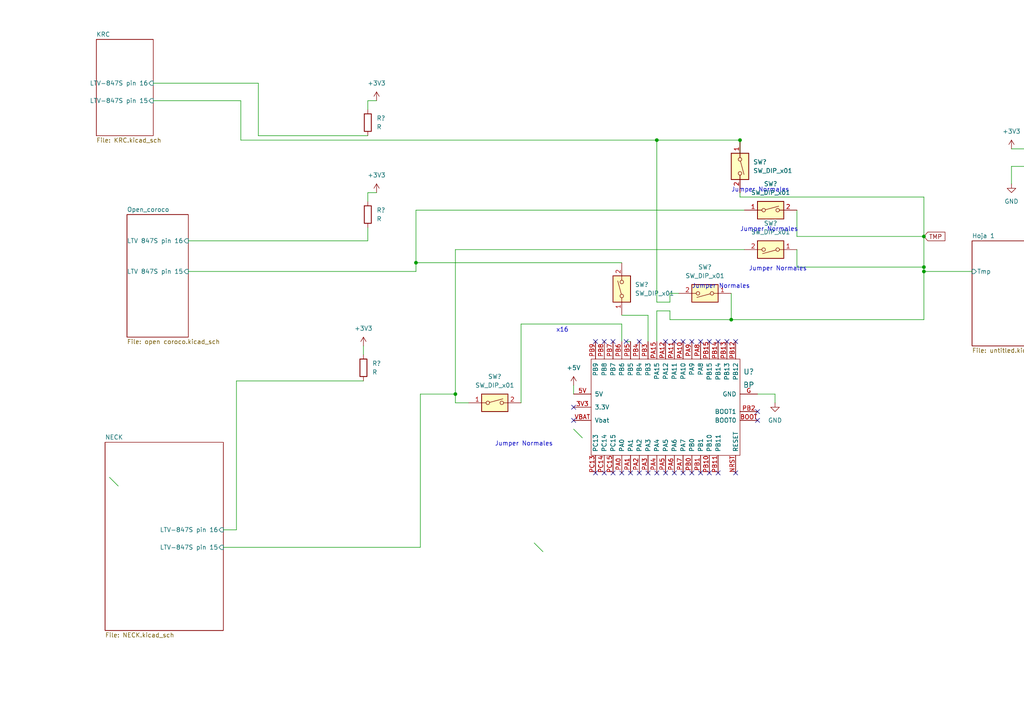
<source format=kicad_sch>
(kicad_sch (version 20211123) (generator eeschema)

  (uuid fd551230-d317-484a-861d-334f79853f56)

  (paper "A4")

  (lib_symbols
    (symbol "Device:R" (pin_numbers hide) (pin_names (offset 0)) (in_bom yes) (on_board yes)
      (property "Reference" "R" (id 0) (at 2.032 0 90)
        (effects (font (size 1.27 1.27)))
      )
      (property "Value" "R" (id 1) (at 0 0 90)
        (effects (font (size 1.27 1.27)))
      )
      (property "Footprint" "" (id 2) (at -1.778 0 90)
        (effects (font (size 1.27 1.27)) hide)
      )
      (property "Datasheet" "~" (id 3) (at 0 0 0)
        (effects (font (size 1.27 1.27)) hide)
      )
      (property "ki_keywords" "R res resistor" (id 4) (at 0 0 0)
        (effects (font (size 1.27 1.27)) hide)
      )
      (property "ki_description" "Resistor" (id 5) (at 0 0 0)
        (effects (font (size 1.27 1.27)) hide)
      )
      (property "ki_fp_filters" "R_*" (id 6) (at 0 0 0)
        (effects (font (size 1.27 1.27)) hide)
      )
      (symbol "R_0_1"
        (rectangle (start -1.016 -2.54) (end 1.016 2.54)
          (stroke (width 0.254) (type default) (color 0 0 0 0))
          (fill (type none))
        )
      )
      (symbol "R_1_1"
        (pin passive line (at 0 3.81 270) (length 1.27)
          (name "~" (effects (font (size 1.27 1.27))))
          (number "1" (effects (font (size 1.27 1.27))))
        )
        (pin passive line (at 0 -3.81 90) (length 1.27)
          (name "~" (effects (font (size 1.27 1.27))))
          (number "2" (effects (font (size 1.27 1.27))))
        )
      )
    )
    (symbol "Simbolos PE:DB37_Female" (pin_names (offset 1.016) hide) (in_bom yes) (on_board yes)
      (property "Reference" "J" (id 0) (at 0 50.165 0)
        (effects (font (size 1.27 1.27)))
      )
      (property "Value" "DB37_Female" (id 1) (at 0 -50.8 0)
        (effects (font (size 1.27 1.27)))
      )
      (property "Footprint" "" (id 2) (at 0 0 0)
        (effects (font (size 1.27 1.27)) hide)
      )
      (property "Datasheet" " ~" (id 3) (at 0 0 0)
        (effects (font (size 1.27 1.27)) hide)
      )
      (property "ki_keywords" "female D-SUB connector" (id 4) (at 0 0 0)
        (effects (font (size 1.27 1.27)) hide)
      )
      (property "ki_description" "37-pin female D-SUB connector" (id 5) (at 0 0 0)
        (effects (font (size 1.27 1.27)) hide)
      )
      (property "ki_fp_filters" "DSUB*Female*" (id 6) (at 0 0 0)
        (effects (font (size 1.27 1.27)) hide)
      )
      (symbol "DB37_Female_0_1"
        (circle (center -1.778 -45.72) (radius 0.762)
          (stroke (width 0) (type default) (color 0 0 0 0))
          (fill (type none))
        )
        (circle (center -1.778 -40.64) (radius 0.762)
          (stroke (width 0) (type default) (color 0 0 0 0))
          (fill (type none))
        )
        (circle (center -1.778 -35.56) (radius 0.762)
          (stroke (width 0) (type default) (color 0 0 0 0))
          (fill (type none))
        )
        (circle (center -1.778 -30.48) (radius 0.762)
          (stroke (width 0) (type default) (color 0 0 0 0))
          (fill (type none))
        )
        (circle (center -1.778 -25.4) (radius 0.762)
          (stroke (width 0) (type default) (color 0 0 0 0))
          (fill (type none))
        )
        (circle (center -1.778 -20.32) (radius 0.762)
          (stroke (width 0) (type default) (color 0 0 0 0))
          (fill (type none))
        )
        (circle (center -1.778 -15.24) (radius 0.762)
          (stroke (width 0) (type default) (color 0 0 0 0))
          (fill (type none))
        )
        (circle (center -1.778 -10.16) (radius 0.762)
          (stroke (width 0) (type default) (color 0 0 0 0))
          (fill (type none))
        )
        (circle (center -1.778 -5.08) (radius 0.762)
          (stroke (width 0) (type default) (color 0 0 0 0))
          (fill (type none))
        )
        (circle (center -1.778 0) (radius 0.762)
          (stroke (width 0) (type default) (color 0 0 0 0))
          (fill (type none))
        )
        (circle (center -1.778 5.08) (radius 0.762)
          (stroke (width 0) (type default) (color 0 0 0 0))
          (fill (type none))
        )
        (circle (center -1.778 10.16) (radius 0.762)
          (stroke (width 0) (type default) (color 0 0 0 0))
          (fill (type none))
        )
        (circle (center -1.778 15.24) (radius 0.762)
          (stroke (width 0) (type default) (color 0 0 0 0))
          (fill (type none))
        )
        (circle (center -1.778 20.32) (radius 0.762)
          (stroke (width 0) (type default) (color 0 0 0 0))
          (fill (type none))
        )
        (circle (center -1.778 25.4) (radius 0.762)
          (stroke (width 0) (type default) (color 0 0 0 0))
          (fill (type none))
        )
        (circle (center -1.778 30.48) (radius 0.762)
          (stroke (width 0) (type default) (color 0 0 0 0))
          (fill (type none))
        )
        (circle (center -1.778 35.56) (radius 0.762)
          (stroke (width 0) (type default) (color 0 0 0 0))
          (fill (type none))
        )
        (circle (center -1.778 40.64) (radius 0.762)
          (stroke (width 0) (type default) (color 0 0 0 0))
          (fill (type none))
        )
        (circle (center -1.778 45.72) (radius 0.762)
          (stroke (width 0) (type default) (color 0 0 0 0))
          (fill (type none))
        )
        (polyline
          (pts
            (xy -3.81 -45.72)
            (xy -2.54 -45.72)
          )
          (stroke (width 0) (type default) (color 0 0 0 0))
          (fill (type none))
        )
        (polyline
          (pts
            (xy -3.81 -43.18)
            (xy 0.508 -43.18)
          )
          (stroke (width 0) (type default) (color 0 0 0 0))
          (fill (type none))
        )
        (polyline
          (pts
            (xy -3.81 -40.64)
            (xy -2.54 -40.64)
          )
          (stroke (width 0) (type default) (color 0 0 0 0))
          (fill (type none))
        )
        (polyline
          (pts
            (xy -3.81 -38.1)
            (xy 0.508 -38.1)
          )
          (stroke (width 0) (type default) (color 0 0 0 0))
          (fill (type none))
        )
        (polyline
          (pts
            (xy -3.81 -35.56)
            (xy -2.54 -35.56)
          )
          (stroke (width 0) (type default) (color 0 0 0 0))
          (fill (type none))
        )
        (polyline
          (pts
            (xy -3.81 -33.02)
            (xy 0.508 -33.02)
          )
          (stroke (width 0) (type default) (color 0 0 0 0))
          (fill (type none))
        )
        (polyline
          (pts
            (xy -3.81 -30.48)
            (xy -2.54 -30.48)
          )
          (stroke (width 0) (type default) (color 0 0 0 0))
          (fill (type none))
        )
        (polyline
          (pts
            (xy -3.81 -27.94)
            (xy 0.508 -27.94)
          )
          (stroke (width 0) (type default) (color 0 0 0 0))
          (fill (type none))
        )
        (polyline
          (pts
            (xy -3.81 -25.4)
            (xy -2.54 -25.4)
          )
          (stroke (width 0) (type default) (color 0 0 0 0))
          (fill (type none))
        )
        (polyline
          (pts
            (xy -3.81 -22.86)
            (xy 0.508 -22.86)
          )
          (stroke (width 0) (type default) (color 0 0 0 0))
          (fill (type none))
        )
        (polyline
          (pts
            (xy -3.81 -20.32)
            (xy -2.54 -20.32)
          )
          (stroke (width 0) (type default) (color 0 0 0 0))
          (fill (type none))
        )
        (polyline
          (pts
            (xy -3.81 -17.78)
            (xy 0.508 -17.78)
          )
          (stroke (width 0) (type default) (color 0 0 0 0))
          (fill (type none))
        )
        (polyline
          (pts
            (xy -3.81 -15.24)
            (xy -2.54 -15.24)
          )
          (stroke (width 0) (type default) (color 0 0 0 0))
          (fill (type none))
        )
        (polyline
          (pts
            (xy -3.81 -12.7)
            (xy 0.508 -12.7)
          )
          (stroke (width 0) (type default) (color 0 0 0 0))
          (fill (type none))
        )
        (polyline
          (pts
            (xy -3.81 -10.16)
            (xy -2.54 -10.16)
          )
          (stroke (width 0) (type default) (color 0 0 0 0))
          (fill (type none))
        )
        (polyline
          (pts
            (xy -3.81 -7.62)
            (xy 0.508 -7.62)
          )
          (stroke (width 0) (type default) (color 0 0 0 0))
          (fill (type none))
        )
        (polyline
          (pts
            (xy -3.81 -5.08)
            (xy -2.54 -5.08)
          )
          (stroke (width 0) (type default) (color 0 0 0 0))
          (fill (type none))
        )
        (polyline
          (pts
            (xy -3.81 -2.54)
            (xy 0.508 -2.54)
          )
          (stroke (width 0) (type default) (color 0 0 0 0))
          (fill (type none))
        )
        (polyline
          (pts
            (xy -3.81 0)
            (xy -2.54 0)
          )
          (stroke (width 0) (type default) (color 0 0 0 0))
          (fill (type none))
        )
        (polyline
          (pts
            (xy -3.81 2.54)
            (xy 0.508 2.54)
          )
          (stroke (width 0) (type default) (color 0 0 0 0))
          (fill (type none))
        )
        (polyline
          (pts
            (xy -3.81 5.08)
            (xy -2.54 5.08)
          )
          (stroke (width 0) (type default) (color 0 0 0 0))
          (fill (type none))
        )
        (polyline
          (pts
            (xy -3.81 7.62)
            (xy 0.508 7.62)
          )
          (stroke (width 0) (type default) (color 0 0 0 0))
          (fill (type none))
        )
        (polyline
          (pts
            (xy -3.81 10.16)
            (xy -2.54 10.16)
          )
          (stroke (width 0) (type default) (color 0 0 0 0))
          (fill (type none))
        )
        (polyline
          (pts
            (xy -3.81 12.7)
            (xy 0.508 12.7)
          )
          (stroke (width 0) (type default) (color 0 0 0 0))
          (fill (type none))
        )
        (polyline
          (pts
            (xy -3.81 15.24)
            (xy -2.54 15.24)
          )
          (stroke (width 0) (type default) (color 0 0 0 0))
          (fill (type none))
        )
        (polyline
          (pts
            (xy -3.81 17.78)
            (xy 0.508 17.78)
          )
          (stroke (width 0) (type default) (color 0 0 0 0))
          (fill (type none))
        )
        (polyline
          (pts
            (xy -3.81 20.32)
            (xy -2.54 20.32)
          )
          (stroke (width 0) (type default) (color 0 0 0 0))
          (fill (type none))
        )
        (polyline
          (pts
            (xy -3.81 22.86)
            (xy 0.508 22.86)
          )
          (stroke (width 0) (type default) (color 0 0 0 0))
          (fill (type none))
        )
        (polyline
          (pts
            (xy -3.81 25.4)
            (xy -2.54 25.4)
          )
          (stroke (width 0) (type default) (color 0 0 0 0))
          (fill (type none))
        )
        (polyline
          (pts
            (xy -3.81 27.94)
            (xy 0.508 27.94)
          )
          (stroke (width 0) (type default) (color 0 0 0 0))
          (fill (type none))
        )
        (polyline
          (pts
            (xy -3.81 30.48)
            (xy -2.54 30.48)
          )
          (stroke (width 0) (type default) (color 0 0 0 0))
          (fill (type none))
        )
        (polyline
          (pts
            (xy -3.81 33.02)
            (xy 0.508 33.02)
          )
          (stroke (width 0) (type default) (color 0 0 0 0))
          (fill (type none))
        )
        (polyline
          (pts
            (xy -3.81 35.56)
            (xy -2.54 35.56)
          )
          (stroke (width 0) (type default) (color 0 0 0 0))
          (fill (type none))
        )
        (polyline
          (pts
            (xy -3.81 38.1)
            (xy 0.508 38.1)
          )
          (stroke (width 0) (type default) (color 0 0 0 0))
          (fill (type none))
        )
        (polyline
          (pts
            (xy -3.81 40.64)
            (xy -2.54 40.64)
          )
          (stroke (width 0) (type default) (color 0 0 0 0))
          (fill (type none))
        )
        (polyline
          (pts
            (xy -3.81 43.18)
            (xy 0.508 43.18)
          )
          (stroke (width 0) (type default) (color 0 0 0 0))
          (fill (type none))
        )
        (polyline
          (pts
            (xy -3.81 45.72)
            (xy -2.54 45.72)
          )
          (stroke (width 0) (type default) (color 0 0 0 0))
          (fill (type none))
        )
        (polyline
          (pts
            (xy -3.81 -49.53)
            (xy 3.81 -45.085)
            (xy 3.81 45.085)
            (xy -3.81 48.895)
            (xy -3.81 -49.53)
          )
          (stroke (width 0.254) (type default) (color 0 0 0 0))
          (fill (type background))
        )
        (circle (center 1.27 -43.18) (radius 0.762)
          (stroke (width 0) (type default) (color 0 0 0 0))
          (fill (type none))
        )
        (circle (center 1.27 -38.1) (radius 0.762)
          (stroke (width 0) (type default) (color 0 0 0 0))
          (fill (type none))
        )
        (circle (center 1.27 -33.02) (radius 0.762)
          (stroke (width 0) (type default) (color 0 0 0 0))
          (fill (type none))
        )
        (circle (center 1.27 -27.94) (radius 0.762)
          (stroke (width 0) (type default) (color 0 0 0 0))
          (fill (type none))
        )
        (circle (center 1.27 -22.86) (radius 0.762)
          (stroke (width 0) (type default) (color 0 0 0 0))
          (fill (type none))
        )
        (circle (center 1.27 -17.78) (radius 0.762)
          (stroke (width 0) (type default) (color 0 0 0 0))
          (fill (type none))
        )
        (circle (center 1.27 -12.7) (radius 0.762)
          (stroke (width 0) (type default) (color 0 0 0 0))
          (fill (type none))
        )
        (circle (center 1.27 -7.62) (radius 0.762)
          (stroke (width 0) (type default) (color 0 0 0 0))
          (fill (type none))
        )
        (circle (center 1.27 -2.54) (radius 0.762)
          (stroke (width 0) (type default) (color 0 0 0 0))
          (fill (type none))
        )
        (circle (center 1.27 2.54) (radius 0.762)
          (stroke (width 0) (type default) (color 0 0 0 0))
          (fill (type none))
        )
        (circle (center 1.27 7.62) (radius 0.762)
          (stroke (width 0) (type default) (color 0 0 0 0))
          (fill (type none))
        )
        (circle (center 1.27 12.7) (radius 0.762)
          (stroke (width 0) (type default) (color 0 0 0 0))
          (fill (type none))
        )
        (circle (center 1.27 17.78) (radius 0.762)
          (stroke (width 0) (type default) (color 0 0 0 0))
          (fill (type none))
        )
        (circle (center 1.27 22.86) (radius 0.762)
          (stroke (width 0) (type default) (color 0 0 0 0))
          (fill (type none))
        )
        (circle (center 1.27 27.94) (radius 0.762)
          (stroke (width 0) (type default) (color 0 0 0 0))
          (fill (type none))
        )
        (circle (center 1.27 33.02) (radius 0.762)
          (stroke (width 0) (type default) (color 0 0 0 0))
          (fill (type none))
        )
        (circle (center 1.27 38.1) (radius 0.762)
          (stroke (width 0) (type default) (color 0 0 0 0))
          (fill (type none))
        )
        (circle (center 1.27 43.18) (radius 0.762)
          (stroke (width 0) (type default) (color 0 0 0 0))
          (fill (type none))
        )
      )
      (symbol "DB37_Female_1_1"
        (pin passive line (at -7.62 45.72 0) (length 3.81)
          (name "1" (effects (font (size 1.27 1.27))))
          (number "1" (effects (font (size 1.27 1.27))))
        )
        (pin passive line (at -7.62 0 0) (length 3.81)
          (name "10" (effects (font (size 1.27 1.27))))
          (number "10" (effects (font (size 1.27 1.27))))
        )
        (pin passive line (at -7.62 -5.08 0) (length 3.81)
          (name "11" (effects (font (size 1.27 1.27))))
          (number "11" (effects (font (size 1.27 1.27))))
        )
        (pin passive line (at -7.62 -10.16 0) (length 3.81)
          (name "12" (effects (font (size 1.27 1.27))))
          (number "12" (effects (font (size 1.27 1.27))))
        )
        (pin passive line (at -7.62 -15.24 0) (length 3.81)
          (name "13" (effects (font (size 1.27 1.27))))
          (number "13" (effects (font (size 1.27 1.27))))
        )
        (pin passive line (at -7.62 -20.32 0) (length 3.81)
          (name "14" (effects (font (size 1.27 1.27))))
          (number "14" (effects (font (size 1.27 1.27))))
        )
        (pin passive line (at -7.62 -25.4 0) (length 3.81)
          (name "15" (effects (font (size 1.27 1.27))))
          (number "15" (effects (font (size 1.27 1.27))))
        )
        (pin passive line (at -7.62 -30.48 0) (length 3.81)
          (name "16" (effects (font (size 1.27 1.27))))
          (number "16" (effects (font (size 1.27 1.27))))
        )
        (pin passive line (at -7.62 -35.56 0) (length 3.81)
          (name "17" (effects (font (size 1.27 1.27))))
          (number "17" (effects (font (size 1.27 1.27))))
        )
        (pin passive line (at -7.62 -40.64 0) (length 3.81)
          (name "18" (effects (font (size 1.27 1.27))))
          (number "18" (effects (font (size 1.27 1.27))))
        )
        (pin passive line (at -7.62 -45.72 0) (length 3.81)
          (name "19" (effects (font (size 1.27 1.27))))
          (number "19" (effects (font (size 1.27 1.27))))
        )
        (pin passive line (at -7.62 40.64 0) (length 3.81)
          (name "2" (effects (font (size 1.27 1.27))))
          (number "2" (effects (font (size 1.27 1.27))))
        )
        (pin passive line (at -7.62 43.18 0) (length 3.81)
          (name "20" (effects (font (size 1.27 1.27))))
          (number "20" (effects (font (size 1.27 1.27))))
        )
        (pin passive line (at -7.62 38.1 0) (length 3.81)
          (name "21" (effects (font (size 1.27 1.27))))
          (number "21" (effects (font (size 1.27 1.27))))
        )
        (pin passive line (at -7.62 33.02 0) (length 3.81)
          (name "22" (effects (font (size 1.27 1.27))))
          (number "22" (effects (font (size 1.27 1.27))))
        )
        (pin passive line (at -7.62 27.94 0) (length 3.81)
          (name "23" (effects (font (size 1.27 1.27))))
          (number "23" (effects (font (size 1.27 1.27))))
        )
        (pin passive line (at -7.62 22.86 0) (length 3.81)
          (name "24" (effects (font (size 1.27 1.27))))
          (number "24" (effects (font (size 1.27 1.27))))
        )
        (pin passive line (at -7.62 17.78 0) (length 3.81)
          (name "25" (effects (font (size 1.27 1.27))))
          (number "25" (effects (font (size 1.27 1.27))))
        )
        (pin passive line (at -7.62 12.7 0) (length 3.81)
          (name "26" (effects (font (size 1.27 1.27))))
          (number "26" (effects (font (size 1.27 1.27))))
        )
        (pin passive line (at -7.62 7.62 0) (length 3.81)
          (name "27" (effects (font (size 1.27 1.27))))
          (number "27" (effects (font (size 1.27 1.27))))
        )
        (pin passive line (at -7.62 2.54 0) (length 3.81)
          (name "28" (effects (font (size 1.27 1.27))))
          (number "28" (effects (font (size 1.27 1.27))))
        )
        (pin passive line (at -7.62 -2.54 0) (length 3.81)
          (name "29" (effects (font (size 1.27 1.27))))
          (number "29" (effects (font (size 1.27 1.27))))
        )
        (pin passive line (at -7.62 35.56 0) (length 3.81)
          (name "3" (effects (font (size 1.27 1.27))))
          (number "3" (effects (font (size 1.27 1.27))))
        )
        (pin passive line (at -7.62 -7.62 0) (length 3.81)
          (name "30" (effects (font (size 1.27 1.27))))
          (number "30" (effects (font (size 1.27 1.27))))
        )
        (pin passive line (at -7.62 -12.7 0) (length 3.81)
          (name "31" (effects (font (size 1.27 1.27))))
          (number "31" (effects (font (size 1.27 1.27))))
        )
        (pin passive line (at -7.62 -17.78 0) (length 3.81)
          (name "32" (effects (font (size 1.27 1.27))))
          (number "32" (effects (font (size 1.27 1.27))))
        )
        (pin passive line (at -7.62 -22.86 0) (length 3.81)
          (name "33" (effects (font (size 1.27 1.27))))
          (number "33" (effects (font (size 1.27 1.27))))
        )
        (pin passive line (at -7.62 -27.94 0) (length 3.81)
          (name "34" (effects (font (size 1.27 1.27))))
          (number "34" (effects (font (size 1.27 1.27))))
        )
        (pin passive line (at -7.62 -33.02 0) (length 3.81)
          (name "35" (effects (font (size 1.27 1.27))))
          (number "35" (effects (font (size 1.27 1.27))))
        )
        (pin passive line (at -7.62 -38.1 0) (length 3.81)
          (name "36" (effects (font (size 1.27 1.27))))
          (number "36" (effects (font (size 1.27 1.27))))
        )
        (pin passive line (at -7.62 -43.18 0) (length 3.81)
          (name "37" (effects (font (size 1.27 1.27))))
          (number "37" (effects (font (size 1.27 1.27))))
        )
        (pin passive line (at -7.62 30.48 0) (length 3.81)
          (name "4" (effects (font (size 1.27 1.27))))
          (number "4" (effects (font (size 1.27 1.27))))
        )
        (pin passive line (at -7.62 25.4 0) (length 3.81)
          (name "5" (effects (font (size 1.27 1.27))))
          (number "5" (effects (font (size 1.27 1.27))))
        )
        (pin passive line (at -7.62 20.32 0) (length 3.81)
          (name "6" (effects (font (size 1.27 1.27))))
          (number "6" (effects (font (size 1.27 1.27))))
        )
        (pin passive line (at -7.62 15.24 0) (length 3.81)
          (name "7" (effects (font (size 1.27 1.27))))
          (number "7" (effects (font (size 1.27 1.27))))
        )
        (pin passive line (at -7.62 10.16 0) (length 3.81)
          (name "8" (effects (font (size 1.27 1.27))))
          (number "8" (effects (font (size 1.27 1.27))))
        )
        (pin passive line (at -7.62 5.08 0) (length 3.81)
          (name "9" (effects (font (size 1.27 1.27))))
          (number "9" (effects (font (size 1.27 1.27))))
        )
      )
    )
    (symbol "Simbolos PE:WH_db9" (in_bom yes) (on_board yes)
      (property "Reference" "WH" (id 0) (at -1.27 -5.08 0)
        (effects (font (size 1.27 1.27)))
      )
      (property "Value" "WH_db9" (id 1) (at -2.54 3.81 0)
        (effects (font (size 1.27 1.27)))
      )
      (property "Footprint" "" (id 2) (at 2.54 2.54 0)
        (effects (font (size 1.27 1.27)) hide)
      )
      (property "Datasheet" "" (id 3) (at 2.54 2.54 0)
        (effects (font (size 1.27 1.27)) hide)
      )
      (symbol "WH_db9_0_1"
        (rectangle (start -5.08 2.54) (end 2.54 -3.81)
          (stroke (width 0) (type default) (color 0 0 0 0))
          (fill (type none))
        )
      )
      (symbol "WH_db9_1_1"
        (pin input line (at 5.08 -1.27 180) (length 2.54)
          (name "GND" (effects (font (size 1.27 1.27))))
          (number "1" (effects (font (size 1.27 1.27))))
        )
        (pin input line (at 5.08 1.27 180) (length 2.54)
          (name "E-Stop" (effects (font (size 1.27 1.27))))
          (number "2" (effects (font (size 1.27 1.27))))
        )
      )
    )
    (symbol "Switch:SW_DIP_x01" (pin_names (offset 0) hide) (in_bom yes) (on_board yes)
      (property "Reference" "SW" (id 0) (at 0 3.81 0)
        (effects (font (size 1.27 1.27)))
      )
      (property "Value" "SW_DIP_x01" (id 1) (at 0 -3.81 0)
        (effects (font (size 1.27 1.27)))
      )
      (property "Footprint" "" (id 2) (at 0 0 0)
        (effects (font (size 1.27 1.27)) hide)
      )
      (property "Datasheet" "~" (id 3) (at 0 0 0)
        (effects (font (size 1.27 1.27)) hide)
      )
      (property "ki_keywords" "dip switch" (id 4) (at 0 0 0)
        (effects (font (size 1.27 1.27)) hide)
      )
      (property "ki_description" "1x DIP Switch, Single Pole Single Throw (SPST) switch, small symbol" (id 5) (at 0 0 0)
        (effects (font (size 1.27 1.27)) hide)
      )
      (property "ki_fp_filters" "SW?DIP?x1*" (id 6) (at 0 0 0)
        (effects (font (size 1.27 1.27)) hide)
      )
      (symbol "SW_DIP_x01_0_0"
        (circle (center -2.032 0) (radius 0.508)
          (stroke (width 0) (type default) (color 0 0 0 0))
          (fill (type none))
        )
        (polyline
          (pts
            (xy -1.524 0.127)
            (xy 2.3622 1.1684)
          )
          (stroke (width 0) (type default) (color 0 0 0 0))
          (fill (type none))
        )
        (circle (center 2.032 0) (radius 0.508)
          (stroke (width 0) (type default) (color 0 0 0 0))
          (fill (type none))
        )
      )
      (symbol "SW_DIP_x01_0_1"
        (rectangle (start -3.81 2.54) (end 3.81 -2.54)
          (stroke (width 0.254) (type default) (color 0 0 0 0))
          (fill (type background))
        )
      )
      (symbol "SW_DIP_x01_1_1"
        (pin passive line (at -7.62 0 0) (length 5.08)
          (name "~" (effects (font (size 1.27 1.27))))
          (number "1" (effects (font (size 1.27 1.27))))
        )
        (pin passive line (at 7.62 0 180) (length 5.08)
          (name "~" (effects (font (size 1.27 1.27))))
          (number "2" (effects (font (size 1.27 1.27))))
        )
      )
    )
    (symbol "bp:BP" (pin_names (offset 1.016)) (in_bom yes) (on_board yes)
      (property "Reference" "U" (id 0) (at -12.7 22.86 0)
        (effects (font (size 1.524 1.524)))
      )
      (property "Value" "BP" (id 1) (at 7.62 -24.13 0)
        (effects (font (size 1.524 1.524)))
      )
      (property "Footprint" "Module:blue_pill" (id 2) (at -2.54 19.05 0)
        (effects (font (size 1.524 1.524)) hide)
      )
      (property "Datasheet" "https://www.electronicshub.org/getting-started-with-stm32f103c8t6-blue-pill/" (id 3) (at -2.54 19.05 0)
        (effects (font (size 1.524 1.524)) hide)
      )
      (symbol "BP_0_1"
        (rectangle (start -13.97 21.59) (end 13.97 -21.59)
          (stroke (width 0) (type default) (color 0 0 0 0))
          (fill (type none))
        )
      )
      (symbol "BP_1_1"
        (pin power_out line (at 0 26.67 270) (length 5.08)
          (name "3.3V" (effects (font (size 1.27 1.27))))
          (number "3V3" (effects (font (size 1.27 1.27))))
        )
        (pin power_out line (at 3.81 26.67 270) (length 5.08)
          (name "5V" (effects (font (size 1.27 1.27))))
          (number "5V" (effects (font (size 1.27 1.27))))
        )
        (pin input line (at -3.81 -26.67 90) (length 5.08)
          (name "BOOT0" (effects (font (size 1.27 1.27))))
          (number "BOOT" (effects (font (size 1.27 1.27))))
        )
        (pin power_out line (at 3.81 -26.67 90) (length 5.08)
          (name "GND" (effects (font (size 1.27 1.27))))
          (number "G" (effects (font (size 1.27 1.27))))
        )
        (pin input line (at -19.05 -20.32 0) (length 5.08)
          (name "RESET" (effects (font (size 1.27 1.27))))
          (number "NRST" (effects (font (size 1.27 1.27))))
        )
        (pin bidirectional line (at -19.05 12.7 0) (length 5.08)
          (name "PA0" (effects (font (size 1.27 1.27))))
          (number "PA0" (effects (font (size 1.27 1.27))))
        )
        (pin bidirectional line (at -19.05 10.16 0) (length 5.08)
          (name "PA1" (effects (font (size 1.27 1.27))))
          (number "PA1" (effects (font (size 1.27 1.27))))
        )
        (pin bidirectional line (at 19.05 -5.08 180) (length 5.08)
          (name "PA10" (effects (font (size 1.27 1.27))))
          (number "PA10" (effects (font (size 1.27 1.27))))
        )
        (pin bidirectional line (at 19.05 -2.54 180) (length 5.08)
          (name "PA11" (effects (font (size 1.27 1.27))))
          (number "PA11" (effects (font (size 1.27 1.27))))
        )
        (pin bidirectional line (at 19.05 0 180) (length 5.08)
          (name "PA12" (effects (font (size 1.27 1.27))))
          (number "PA12" (effects (font (size 1.27 1.27))))
        )
        (pin bidirectional line (at 19.05 2.54 180) (length 5.08)
          (name "PA15" (effects (font (size 1.27 1.27))))
          (number "PA15" (effects (font (size 1.27 1.27))))
        )
        (pin bidirectional line (at -19.05 7.62 0) (length 5.08)
          (name "PA2" (effects (font (size 1.27 1.27))))
          (number "PA2" (effects (font (size 1.27 1.27))))
        )
        (pin bidirectional line (at -19.05 5.08 0) (length 5.08)
          (name "PA3" (effects (font (size 1.27 1.27))))
          (number "PA3" (effects (font (size 1.27 1.27))))
        )
        (pin bidirectional line (at -19.05 2.54 0) (length 5.08)
          (name "PA4" (effects (font (size 1.27 1.27))))
          (number "PA4" (effects (font (size 1.27 1.27))))
        )
        (pin bidirectional line (at -19.05 0 0) (length 5.08)
          (name "PA5" (effects (font (size 1.27 1.27))))
          (number "PA5" (effects (font (size 1.27 1.27))))
        )
        (pin bidirectional line (at -19.05 -2.54 0) (length 5.08)
          (name "PA6" (effects (font (size 1.27 1.27))))
          (number "PA6" (effects (font (size 1.27 1.27))))
        )
        (pin bidirectional line (at -19.05 -5.08 0) (length 5.08)
          (name "PA7" (effects (font (size 1.27 1.27))))
          (number "PA7" (effects (font (size 1.27 1.27))))
        )
        (pin bidirectional line (at 19.05 -10.16 180) (length 5.08)
          (name "PA8" (effects (font (size 1.27 1.27))))
          (number "PA8" (effects (font (size 1.27 1.27))))
        )
        (pin bidirectional line (at 19.05 -7.62 180) (length 5.08)
          (name "PA9" (effects (font (size 1.27 1.27))))
          (number "PA9" (effects (font (size 1.27 1.27))))
        )
        (pin bidirectional line (at -19.05 -7.62 0) (length 5.08)
          (name "PB0" (effects (font (size 1.27 1.27))))
          (number "PB0" (effects (font (size 1.27 1.27))))
        )
        (pin bidirectional line (at -19.05 -10.16 0) (length 5.08)
          (name "PB1" (effects (font (size 1.27 1.27))))
          (number "PB1" (effects (font (size 1.27 1.27))))
        )
        (pin bidirectional line (at -19.05 -12.7 0) (length 5.08)
          (name "PB10" (effects (font (size 1.27 1.27))))
          (number "PB10" (effects (font (size 1.27 1.27))))
        )
        (pin bidirectional line (at -19.05 -15.24 0) (length 5.08)
          (name "PB11" (effects (font (size 1.27 1.27))))
          (number "PB11" (effects (font (size 1.27 1.27))))
        )
        (pin bidirectional line (at 19.05 -20.32 180) (length 5.08)
          (name "PB12" (effects (font (size 1.27 1.27))))
          (number "PB12" (effects (font (size 1.27 1.27))))
        )
        (pin bidirectional line (at 19.05 -17.78 180) (length 5.08)
          (name "PB13" (effects (font (size 1.27 1.27))))
          (number "PB13" (effects (font (size 1.27 1.27))))
        )
        (pin bidirectional line (at 19.05 -15.24 180) (length 5.08)
          (name "PB14" (effects (font (size 1.27 1.27))))
          (number "PB14" (effects (font (size 1.27 1.27))))
        )
        (pin bidirectional line (at 19.05 -12.7 180) (length 5.08)
          (name "PB15" (effects (font (size 1.27 1.27))))
          (number "PB15" (effects (font (size 1.27 1.27))))
        )
        (pin input line (at -1.27 -26.67 90) (length 5.08)
          (name "BOOT1" (effects (font (size 1.27 1.27))))
          (number "PB2" (effects (font (size 1.27 1.27))))
        )
        (pin bidirectional line (at 19.05 5.08 180) (length 5.08)
          (name "PB3" (effects (font (size 1.27 1.27))))
          (number "PB3" (effects (font (size 1.27 1.27))))
        )
        (pin bidirectional line (at 19.05 7.62 180) (length 5.08)
          (name "PB4" (effects (font (size 1.27 1.27))))
          (number "PB4" (effects (font (size 1.27 1.27))))
        )
        (pin bidirectional line (at 19.05 10.16 180) (length 5.08)
          (name "PB5" (effects (font (size 1.27 1.27))))
          (number "PB5" (effects (font (size 1.27 1.27))))
        )
        (pin bidirectional line (at 19.05 12.7 180) (length 5.08)
          (name "PB6" (effects (font (size 1.27 1.27))))
          (number "PB6" (effects (font (size 1.27 1.27))))
        )
        (pin bidirectional line (at 19.05 15.24 180) (length 5.08)
          (name "PB7" (effects (font (size 1.27 1.27))))
          (number "PB7" (effects (font (size 1.27 1.27))))
        )
        (pin bidirectional line (at 19.05 17.78 180) (length 5.08)
          (name "PB8" (effects (font (size 1.27 1.27))))
          (number "PB8" (effects (font (size 1.27 1.27))))
        )
        (pin bidirectional line (at 19.05 20.32 180) (length 5.08)
          (name "PB9" (effects (font (size 1.27 1.27))))
          (number "PB9" (effects (font (size 1.27 1.27))))
        )
        (pin bidirectional line (at -19.05 20.32 0) (length 5.08)
          (name "PC13" (effects (font (size 1.27 1.27))))
          (number "PC13" (effects (font (size 1.27 1.27))))
        )
        (pin bidirectional line (at -19.05 17.78 0) (length 5.08)
          (name "PC14" (effects (font (size 1.27 1.27))))
          (number "PC14" (effects (font (size 1.27 1.27))))
        )
        (pin bidirectional line (at -19.05 15.24 0) (length 5.08)
          (name "PC15" (effects (font (size 1.27 1.27))))
          (number "PC15" (effects (font (size 1.27 1.27))))
        )
        (pin power_in line (at -3.81 26.67 270) (length 5.08)
          (name "Vbat" (effects (font (size 1.27 1.27))))
          (number "VBAT" (effects (font (size 1.27 1.27))))
        )
      )
    )
    (symbol "power:+3.3V" (power) (pin_names (offset 0)) (in_bom yes) (on_board yes)
      (property "Reference" "#PWR" (id 0) (at 0 -3.81 0)
        (effects (font (size 1.27 1.27)) hide)
      )
      (property "Value" "+3.3V" (id 1) (at 0 3.556 0)
        (effects (font (size 1.27 1.27)))
      )
      (property "Footprint" "" (id 2) (at 0 0 0)
        (effects (font (size 1.27 1.27)) hide)
      )
      (property "Datasheet" "" (id 3) (at 0 0 0)
        (effects (font (size 1.27 1.27)) hide)
      )
      (property "ki_keywords" "power-flag" (id 4) (at 0 0 0)
        (effects (font (size 1.27 1.27)) hide)
      )
      (property "ki_description" "Power symbol creates a global label with name \"+3.3V\"" (id 5) (at 0 0 0)
        (effects (font (size 1.27 1.27)) hide)
      )
      (symbol "+3.3V_0_1"
        (polyline
          (pts
            (xy -0.762 1.27)
            (xy 0 2.54)
          )
          (stroke (width 0) (type default) (color 0 0 0 0))
          (fill (type none))
        )
        (polyline
          (pts
            (xy 0 0)
            (xy 0 2.54)
          )
          (stroke (width 0) (type default) (color 0 0 0 0))
          (fill (type none))
        )
        (polyline
          (pts
            (xy 0 2.54)
            (xy 0.762 1.27)
          )
          (stroke (width 0) (type default) (color 0 0 0 0))
          (fill (type none))
        )
      )
      (symbol "+3.3V_1_1"
        (pin power_in line (at 0 0 90) (length 0) hide
          (name "+3V3" (effects (font (size 1.27 1.27))))
          (number "1" (effects (font (size 1.27 1.27))))
        )
      )
    )
    (symbol "power:+5V" (power) (pin_names (offset 0)) (in_bom yes) (on_board yes)
      (property "Reference" "#PWR" (id 0) (at 0 -3.81 0)
        (effects (font (size 1.27 1.27)) hide)
      )
      (property "Value" "+5V" (id 1) (at 0 3.556 0)
        (effects (font (size 1.27 1.27)))
      )
      (property "Footprint" "" (id 2) (at 0 0 0)
        (effects (font (size 1.27 1.27)) hide)
      )
      (property "Datasheet" "" (id 3) (at 0 0 0)
        (effects (font (size 1.27 1.27)) hide)
      )
      (property "ki_keywords" "power-flag" (id 4) (at 0 0 0)
        (effects (font (size 1.27 1.27)) hide)
      )
      (property "ki_description" "Power symbol creates a global label with name \"+5V\"" (id 5) (at 0 0 0)
        (effects (font (size 1.27 1.27)) hide)
      )
      (symbol "+5V_0_1"
        (polyline
          (pts
            (xy -0.762 1.27)
            (xy 0 2.54)
          )
          (stroke (width 0) (type default) (color 0 0 0 0))
          (fill (type none))
        )
        (polyline
          (pts
            (xy 0 0)
            (xy 0 2.54)
          )
          (stroke (width 0) (type default) (color 0 0 0 0))
          (fill (type none))
        )
        (polyline
          (pts
            (xy 0 2.54)
            (xy 0.762 1.27)
          )
          (stroke (width 0) (type default) (color 0 0 0 0))
          (fill (type none))
        )
      )
      (symbol "+5V_1_1"
        (pin power_in line (at 0 0 90) (length 0) hide
          (name "+5V" (effects (font (size 1.27 1.27))))
          (number "1" (effects (font (size 1.27 1.27))))
        )
      )
    )
    (symbol "power:GND" (power) (pin_names (offset 0)) (in_bom yes) (on_board yes)
      (property "Reference" "#PWR" (id 0) (at 0 -6.35 0)
        (effects (font (size 1.27 1.27)) hide)
      )
      (property "Value" "GND" (id 1) (at 0 -3.81 0)
        (effects (font (size 1.27 1.27)))
      )
      (property "Footprint" "" (id 2) (at 0 0 0)
        (effects (font (size 1.27 1.27)) hide)
      )
      (property "Datasheet" "" (id 3) (at 0 0 0)
        (effects (font (size 1.27 1.27)) hide)
      )
      (property "ki_keywords" "power-flag" (id 4) (at 0 0 0)
        (effects (font (size 1.27 1.27)) hide)
      )
      (property "ki_description" "Power symbol creates a global label with name \"GND\" , ground" (id 5) (at 0 0 0)
        (effects (font (size 1.27 1.27)) hide)
      )
      (symbol "GND_0_1"
        (polyline
          (pts
            (xy 0 0)
            (xy 0 -1.27)
            (xy 1.27 -1.27)
            (xy 0 -2.54)
            (xy -1.27 -1.27)
            (xy 0 -1.27)
          )
          (stroke (width 0) (type default) (color 0 0 0 0))
          (fill (type none))
        )
      )
      (symbol "GND_1_1"
        (pin power_in line (at 0 0 270) (length 0) hide
          (name "GND" (effects (font (size 1.27 1.27))))
          (number "1" (effects (font (size 1.27 1.27))))
        )
      )
    )
  )

  (junction (at 214.63 40.64) (diameter 0) (color 0 0 0 0)
    (uuid 09ea9396-3341-4946-ac44-1aa54b58f8f9)
  )
  (junction (at 132.08 114.3) (diameter 0) (color 0 0 0 0)
    (uuid 1eeb2184-45f5-464e-b508-f87cbed14fcf)
  )
  (junction (at 267.97 68.58) (diameter 0) (color 0 0 0 0)
    (uuid 69a93c22-7b8d-4042-af87-7e5bfa335555)
  )
  (junction (at 120.65 76.2) (diameter 0) (color 0 0 0 0)
    (uuid 6e2ea62d-7a46-4b32-a83b-d9504c809d45)
  )
  (junction (at 267.97 78.74) (diameter 0) (color 0 0 0 0)
    (uuid bf5e4e22-f28e-4487-9579-f1474262cbe4)
  )
  (junction (at 212.09 92.71) (diameter 0) (color 0 0 0 0)
    (uuid c42a1d1f-3656-4b27-bc3a-d687f78a3429)
  )
  (junction (at 190.5 40.64) (diameter 0) (color 0 0 0 0)
    (uuid c9cdfb76-55c3-4412-a861-2bbfac6c3f30)
  )
  (junction (at 267.97 77.47) (diameter 0) (color 0 0 0 0)
    (uuid f354e4fc-351d-49f1-8260-8627b8c746b8)
  )

  (no_connect (at 172.72 137.16) (uuid 042bab6b-8cb0-487d-9a15-215a94c3a410))
  (no_connect (at 193.04 137.16) (uuid 0705b966-a7ed-4683-b1c6-00d9ead90d85))
  (no_connect (at 166.37 121.92) (uuid 08ed734e-5b47-4553-b89a-5b876c400001))
  (no_connect (at 203.2 99.06) (uuid 113e9d21-b004-43f0-93d3-47ad05ff5920))
  (no_connect (at 177.8 137.16) (uuid 166059dd-981f-4947-84af-bf910ecef90b))
  (no_connect (at 208.28 137.16) (uuid 215472b5-2214-4d5d-bf39-1fe739a61eb9))
  (no_connect (at 185.42 137.16) (uuid 232e8816-c726-42dc-8d96-6f231d46fc3f))
  (no_connect (at 190.5 137.16) (uuid 38e39cba-83be-4797-822b-2e38651fd8ba))
  (no_connect (at 187.96 137.16) (uuid 3e099f26-6d2b-49ac-a16c-d2f15b9874b0))
  (no_connect (at 185.42 99.06) (uuid 4018de48-3048-45c2-a566-533a1625cbbc))
  (no_connect (at 213.36 99.06) (uuid 42fcdfea-19f9-402a-87cb-fe49416dd680))
  (no_connect (at 208.28 99.06) (uuid 5102d90a-ccac-4004-94a8-a5599e03a90c))
  (no_connect (at 175.26 99.06) (uuid 570fc677-5673-4628-9581-42a6674deca1))
  (no_connect (at 172.72 99.06) (uuid 59fa562f-171f-438b-83a1-f33a3b02a44f))
  (no_connect (at 181.61 99.06) (uuid 5ce12a99-e771-4a14-b056-d3a7a23a4027))
  (no_connect (at 219.71 121.92) (uuid 5d8a74b8-dc61-4666-8a99-e32d9556988d))
  (no_connect (at 219.71 119.38) (uuid 640f7ed7-200f-4be6-9331-451da1bdfe0f))
  (no_connect (at 205.74 99.06) (uuid 66e9fbb3-5f73-445a-99e6-98de618ce062))
  (no_connect (at 200.66 99.06) (uuid 74d63b60-d529-4c86-ad4d-3ef727c3b0a8))
  (no_connect (at 213.36 137.16) (uuid 821e0b5b-1ed7-44c0-a1fd-8b6c5192d1d7))
  (no_connect (at 200.66 137.16) (uuid 8fc373f9-624f-45d3-8688-cda898b60fe2))
  (no_connect (at 182.88 137.16) (uuid adc6f285-aa00-460d-bfa3-e87df32c2a38))
  (no_connect (at 203.2 137.16) (uuid aecfc99b-6085-47e4-9fd3-bc23b17f240e))
  (no_connect (at 193.04 99.06) (uuid c2292174-92bb-4e85-8b32-8dd7ffd91017))
  (no_connect (at 198.12 99.06) (uuid c45e65ff-31b7-44c8-9f68-d4eeb7e9a65f))
  (no_connect (at 195.58 99.06) (uuid c53a45ea-d5c2-4764-93a7-3e5ec66b43a1))
  (no_connect (at 166.37 118.11) (uuid c6965463-11a4-4725-9cab-d2e79b632c40))
  (no_connect (at 175.26 137.16) (uuid cdceb980-87e1-4016-92ef-c59c2a59b83c))
  (no_connect (at 177.8 99.06) (uuid cec8c070-f7cc-4e9a-84b2-4ed5d0f11426))
  (no_connect (at 198.12 137.16) (uuid d1b8d983-e4f2-41d3-a41d-57edc7e262ba))
  (no_connect (at 210.82 99.06) (uuid d4decfce-f545-40dd-a83f-27f4bd52ed45))
  (no_connect (at 180.34 137.16) (uuid d657a53b-05ac-46e7-bf05-89dcd52773d5))
  (no_connect (at 205.74 137.16) (uuid f8a77c00-c1b7-45d6-971e-04c602c062a3))
  (no_connect (at 195.58 137.16) (uuid fa4a8330-d545-4169-a619-efe623a42c21))

  (bus_entry (at 154.94 157.48) (size 2.54 2.54)
    (stroke (width 0) (type default) (color 0 0 0 0))
    (uuid f0bfaba7-48bc-4281-a8a2-91e0ebf985ba)
  )
  (bus_entry (at 166.37 124.46) (size 2.54 2.54)
    (stroke (width 0) (type default) (color 0 0 0 0))
    (uuid f0bfaba7-48bc-4281-a8a2-91e0ebf985ba)
  )
  (bus_entry (at 31.75 138.43) (size 2.54 2.54)
    (stroke (width 0) (type default) (color 0 0 0 0))
    (uuid f0bfaba7-48bc-4281-a8a2-91e0ebf985ba)
  )

  (wire (pts (xy 214.63 55.88) (xy 214.63 57.15))
    (stroke (width 0) (type default) (color 0 0 0 0))
    (uuid 033de3b7-7ba7-426c-a4df-f318d58340d7)
  )
  (wire (pts (xy 267.97 78.74) (xy 267.97 92.71))
    (stroke (width 0) (type default) (color 0 0 0 0))
    (uuid 0421edef-85bc-486b-8439-c5569823ce0d)
  )
  (wire (pts (xy 68.58 110.49) (xy 105.41 110.49))
    (stroke (width 0) (type default) (color 0 0 0 0))
    (uuid 066eaf6c-4c4b-42ca-995b-5ff223c0dbbf)
  )
  (wire (pts (xy 68.58 153.67) (xy 68.58 110.49))
    (stroke (width 0) (type default) (color 0 0 0 0))
    (uuid 06ea58f9-894c-49bf-a516-3c4dff277c13)
  )
  (wire (pts (xy 302.26 48.26) (xy 293.37 48.26))
    (stroke (width 0) (type default) (color 0 0 0 0))
    (uuid 0888718c-de0c-4be4-ac98-15dd2b74eb16)
  )
  (wire (pts (xy 64.77 158.75) (xy 121.92 158.75))
    (stroke (width 0) (type default) (color 0 0 0 0))
    (uuid 12842f5f-e9cc-4601-9d33-6bdaf2a9976e)
  )
  (wire (pts (xy 231.14 77.47) (xy 267.97 77.47))
    (stroke (width 0) (type default) (color 0 0 0 0))
    (uuid 13e56af3-478d-4356-91d6-e7e01296dd3c)
  )
  (wire (pts (xy 106.68 29.21) (xy 109.22 29.21))
    (stroke (width 0) (type default) (color 0 0 0 0))
    (uuid 13ff3684-8f2b-49a9-b106-d88c58633cc2)
  )
  (wire (pts (xy 64.77 153.67) (xy 68.58 153.67))
    (stroke (width 0) (type default) (color 0 0 0 0))
    (uuid 152a617f-c711-4d34-9980-4ae5ffc31ef1)
  )
  (wire (pts (xy 69.85 29.21) (xy 44.45 29.21))
    (stroke (width 0) (type default) (color 0 0 0 0))
    (uuid 16bc28da-8e79-43ce-863b-0df9cddcb20b)
  )
  (wire (pts (xy 132.08 72.39) (xy 215.9 72.39))
    (stroke (width 0) (type default) (color 0 0 0 0))
    (uuid 198b7210-d192-4538-8a9f-16562a3ca49c)
  )
  (wire (pts (xy 194.31 85.09) (xy 196.85 85.09))
    (stroke (width 0) (type default) (color 0 0 0 0))
    (uuid 1aedfd7a-65c0-4bc0-ac0f-f17ae47a900c)
  )
  (wire (pts (xy 120.65 76.2) (xy 180.34 76.2))
    (stroke (width 0) (type default) (color 0 0 0 0))
    (uuid 1cdebcd5-47dc-4fb5-b65d-4cb8d22dc189)
  )
  (wire (pts (xy 219.71 114.3) (xy 224.79 114.3))
    (stroke (width 0) (type default) (color 0 0 0 0))
    (uuid 20118f30-da5a-4ece-aeae-096064e52995)
  )
  (wire (pts (xy 267.97 57.15) (xy 267.97 68.58))
    (stroke (width 0) (type default) (color 0 0 0 0))
    (uuid 2303df70-3e5b-4f52-ad75-f555cae126c4)
  )
  (wire (pts (xy 194.31 87.63) (xy 194.31 85.09))
    (stroke (width 0) (type default) (color 0 0 0 0))
    (uuid 23dc85fd-6d99-4116-ac0d-1715d8adf83f)
  )
  (wire (pts (xy 190.5 40.64) (xy 190.5 87.63))
    (stroke (width 0) (type default) (color 0 0 0 0))
    (uuid 24542ed8-14e9-4ada-be6e-d55b62eefd82)
  )
  (wire (pts (xy 151.13 93.98) (xy 180.34 93.98))
    (stroke (width 0) (type default) (color 0 0 0 0))
    (uuid 2b14af75-a13f-499f-b881-4d0fd51d4457)
  )
  (wire (pts (xy 212.09 85.09) (xy 212.09 92.71))
    (stroke (width 0) (type default) (color 0 0 0 0))
    (uuid 2eaed92a-7c23-4a30-967b-04d5cc35dd23)
  )
  (wire (pts (xy 105.41 102.87) (xy 105.41 100.33))
    (stroke (width 0) (type default) (color 0 0 0 0))
    (uuid 34718fb1-f1b3-4e78-8a5a-1b5acd57eed4)
  )
  (wire (pts (xy 166.37 111.76) (xy 166.37 114.3))
    (stroke (width 0) (type default) (color 0 0 0 0))
    (uuid 37c9553f-c405-4802-9c21-38cb28443a04)
  )
  (wire (pts (xy 231.14 60.96) (xy 231.14 68.58))
    (stroke (width 0) (type default) (color 0 0 0 0))
    (uuid 3eea5f11-b562-42bf-ae24-9afdfc387eed)
  )
  (wire (pts (xy 106.68 66.04) (xy 106.68 69.85))
    (stroke (width 0) (type default) (color 0 0 0 0))
    (uuid 438fe743-f59c-41c0-b5f1-d5418ad64230)
  )
  (wire (pts (xy 267.97 77.47) (xy 267.97 78.74))
    (stroke (width 0) (type default) (color 0 0 0 0))
    (uuid 4503f98c-62cf-4a1c-99e9-75b0d646a22d)
  )
  (wire (pts (xy 267.97 68.58) (xy 267.97 77.47))
    (stroke (width 0) (type default) (color 0 0 0 0))
    (uuid 477b7003-6922-4e36-a8c4-f70be0c4ab71)
  )
  (wire (pts (xy 135.89 116.84) (xy 132.08 116.84))
    (stroke (width 0) (type default) (color 0 0 0 0))
    (uuid 54876439-c21b-41d0-9edf-78592203599a)
  )
  (wire (pts (xy 106.68 69.85) (xy 54.61 69.85))
    (stroke (width 0) (type default) (color 0 0 0 0))
    (uuid 54d8dcfb-b065-406b-9ebe-b8b48c952dbd)
  )
  (wire (pts (xy 194.31 92.71) (xy 212.09 92.71))
    (stroke (width 0) (type default) (color 0 0 0 0))
    (uuid 5933087c-425f-4c8e-8c1b-53c7c387814a)
  )
  (wire (pts (xy 190.5 40.64) (xy 69.85 40.64))
    (stroke (width 0) (type default) (color 0 0 0 0))
    (uuid 6220cea8-04d5-449b-811c-5724b7049c44)
  )
  (wire (pts (xy 120.65 60.96) (xy 215.9 60.96))
    (stroke (width 0) (type default) (color 0 0 0 0))
    (uuid 64907a11-94ab-402c-aded-2873abc3f215)
  )
  (wire (pts (xy 181.61 99.06) (xy 182.88 99.06))
    (stroke (width 0) (type default) (color 0 0 0 0))
    (uuid 66dab888-f5ad-4fed-b306-abc770be54de)
  )
  (wire (pts (xy 194.31 90.17) (xy 194.31 92.71))
    (stroke (width 0) (type default) (color 0 0 0 0))
    (uuid 6c5d4dae-64f1-4f41-ae1b-4e3f187bfd9b)
  )
  (wire (pts (xy 190.5 90.17) (xy 190.5 99.06))
    (stroke (width 0) (type default) (color 0 0 0 0))
    (uuid 767d80ac-48c3-4558-9dbf-b46ae631b112)
  )
  (wire (pts (xy 180.34 91.44) (xy 187.96 91.44))
    (stroke (width 0) (type default) (color 0 0 0 0))
    (uuid 7bc92991-f86c-44d7-9595-dc34abe45c21)
  )
  (wire (pts (xy 293.37 48.26) (xy 293.37 53.34))
    (stroke (width 0) (type default) (color 0 0 0 0))
    (uuid 81004dd3-9910-41fd-8c2f-bf2d5606ba00)
  )
  (wire (pts (xy 190.5 87.63) (xy 194.31 87.63))
    (stroke (width 0) (type default) (color 0 0 0 0))
    (uuid 8154f9e1-d604-4dd4-98d2-ce4dbe662f8c)
  )
  (wire (pts (xy 120.65 60.96) (xy 120.65 76.2))
    (stroke (width 0) (type default) (color 0 0 0 0))
    (uuid 823fcd77-9a75-4a88-b04f-4ff68523f978)
  )
  (wire (pts (xy 132.08 72.39) (xy 132.08 114.3))
    (stroke (width 0) (type default) (color 0 0 0 0))
    (uuid 86e46f1d-58c5-4ff1-953a-d359e56a61a6)
  )
  (wire (pts (xy 214.63 44.45) (xy 214.63 40.64))
    (stroke (width 0) (type default) (color 0 0 0 0))
    (uuid 88194b53-0509-4ceb-abbe-725466d911e8)
  )
  (wire (pts (xy 120.65 78.74) (xy 120.65 76.2))
    (stroke (width 0) (type default) (color 0 0 0 0))
    (uuid 88752ffe-1e19-4618-bfdb-267305dfc17d)
  )
  (wire (pts (xy 69.85 40.64) (xy 69.85 29.21))
    (stroke (width 0) (type default) (color 0 0 0 0))
    (uuid 8dc0e750-ad2d-4504-8146-afe0be26f478)
  )
  (wire (pts (xy 224.79 114.3) (xy 224.79 116.84))
    (stroke (width 0) (type default) (color 0 0 0 0))
    (uuid 8edbf4c6-0749-49b6-9fa8-68749c9d669e)
  )
  (wire (pts (xy 106.68 31.75) (xy 106.68 29.21))
    (stroke (width 0) (type default) (color 0 0 0 0))
    (uuid 98fa9379-b293-417a-bc14-643c0eb00d6e)
  )
  (wire (pts (xy 74.93 39.37) (xy 74.93 24.13))
    (stroke (width 0) (type default) (color 0 0 0 0))
    (uuid a47fbf4d-8a43-4f8c-b945-62121a606c64)
  )
  (wire (pts (xy 151.13 93.98) (xy 151.13 116.84))
    (stroke (width 0) (type default) (color 0 0 0 0))
    (uuid a5491e30-e35c-4b90-926d-556a556a7d1c)
  )
  (wire (pts (xy 231.14 72.39) (xy 231.14 77.47))
    (stroke (width 0) (type default) (color 0 0 0 0))
    (uuid a62d3b66-2cc9-49f0-a571-f186cc08038d)
  )
  (wire (pts (xy 121.92 114.3) (xy 132.08 114.3))
    (stroke (width 0) (type default) (color 0 0 0 0))
    (uuid a7384187-482e-4c41-a6e4-207b5f5f7228)
  )
  (wire (pts (xy 267.97 78.74) (xy 281.94 78.74))
    (stroke (width 0) (type default) (color 0 0 0 0))
    (uuid a80ccf8b-8e21-4aed-a40f-73588205e31f)
  )
  (wire (pts (xy 106.68 39.37) (xy 74.93 39.37))
    (stroke (width 0) (type default) (color 0 0 0 0))
    (uuid ae8ab6ba-6dc0-4a92-aa6d-b97d950635dd)
  )
  (wire (pts (xy 302.26 43.18) (xy 302.26 45.72))
    (stroke (width 0) (type default) (color 0 0 0 0))
    (uuid b33e2921-26d0-4c38-8c53-8502c8e219e2)
  )
  (wire (pts (xy 293.37 43.18) (xy 302.26 43.18))
    (stroke (width 0) (type default) (color 0 0 0 0))
    (uuid b4b39dd9-a6de-4633-9826-3852f951e5fe)
  )
  (wire (pts (xy 106.68 58.42) (xy 106.68 55.88))
    (stroke (width 0) (type default) (color 0 0 0 0))
    (uuid bc926b9a-dabf-44ea-8bef-590be00beb70)
  )
  (wire (pts (xy 180.34 93.98) (xy 180.34 99.06))
    (stroke (width 0) (type default) (color 0 0 0 0))
    (uuid c1bbe52c-2fd8-4632-a76a-75c5b62fa0a9)
  )
  (wire (pts (xy 106.68 55.88) (xy 109.22 55.88))
    (stroke (width 0) (type default) (color 0 0 0 0))
    (uuid c6a7d547-0419-4af9-a9b3-d8962c8f2b6c)
  )
  (wire (pts (xy 194.31 90.17) (xy 190.5 90.17))
    (stroke (width 0) (type default) (color 0 0 0 0))
    (uuid ca4623fb-62f9-4c63-8251-9841d3856079)
  )
  (wire (pts (xy 187.96 91.44) (xy 187.96 99.06))
    (stroke (width 0) (type default) (color 0 0 0 0))
    (uuid ca80910c-21ef-46a3-95fe-045e1731e8f6)
  )
  (wire (pts (xy 231.14 68.58) (xy 267.97 68.58))
    (stroke (width 0) (type default) (color 0 0 0 0))
    (uuid ce3c1354-60db-455b-aef5-0e46cdb0f64f)
  )
  (wire (pts (xy 212.09 92.71) (xy 267.97 92.71))
    (stroke (width 0) (type default) (color 0 0 0 0))
    (uuid ceef8bc8-982a-4f9c-8764-9cf3e0469247)
  )
  (wire (pts (xy 190.5 40.64) (xy 214.63 40.64))
    (stroke (width 0) (type default) (color 0 0 0 0))
    (uuid d0fcd3d8-bff6-4bff-9e44-cf6c16260f8f)
  )
  (wire (pts (xy 121.92 158.75) (xy 121.92 114.3))
    (stroke (width 0) (type default) (color 0 0 0 0))
    (uuid d3a33c75-4e63-4c33-854f-58be984e9a9c)
  )
  (wire (pts (xy 214.63 57.15) (xy 267.97 57.15))
    (stroke (width 0) (type default) (color 0 0 0 0))
    (uuid dddb93bb-4afd-4129-978e-7644bcc9c20c)
  )
  (wire (pts (xy 74.93 24.13) (xy 44.45 24.13))
    (stroke (width 0) (type default) (color 0 0 0 0))
    (uuid e77ec874-4079-4d34-acf8-f28d27c978cb)
  )
  (wire (pts (xy 54.61 78.74) (xy 120.65 78.74))
    (stroke (width 0) (type default) (color 0 0 0 0))
    (uuid f06d50a1-0d73-41c4-939a-ab17ea62a581)
  )
  (wire (pts (xy 132.08 116.84) (xy 132.08 114.3))
    (stroke (width 0) (type default) (color 0 0 0 0))
    (uuid f31d8628-635b-4339-bcd1-5f463485d144)
  )

  (text "x16" (at 161.29 96.52 0)
    (effects (font (size 1.27 1.27)) (justify left bottom))
    (uuid 0c65d134-23ca-44c5-a757-3df44777a67e)
  )
  (text "Jumper Normales" (at 200.66 83.82 0)
    (effects (font (size 1.27 1.27)) (justify left bottom))
    (uuid 1211b7b5-71e7-41d1-84a5-eada332ab622)
  )
  (text "Jumper Normales" (at 214.63 67.31 0)
    (effects (font (size 1.27 1.27)) (justify left bottom))
    (uuid 2c3b83d8-39d1-4ea5-aa33-023e3e1d9980)
  )
  (text "Jumper Normales" (at 212.09 55.88 0)
    (effects (font (size 1.27 1.27)) (justify left bottom))
    (uuid 57386496-00e5-4141-95d5-d6e9a59eb920)
  )
  (text "Jumper Normales" (at 217.17 78.74 0)
    (effects (font (size 1.27 1.27)) (justify left bottom))
    (uuid 5a68e6a1-e0ac-481b-bd67-45bb12f9ef89)
  )
  (text "Jumper Normales" (at 143.51 129.54 0)
    (effects (font (size 1.27 1.27)) (justify left bottom))
    (uuid de809067-50d9-46cc-ad13-910ce63e05e0)
  )

  (global_label "TMP" (shape input) (at 267.97 68.58 0) (fields_autoplaced)
    (effects (font (size 1.27 1.27)) (justify left))
    (uuid 2527579b-5c29-4bad-9d96-fd224e4af714)
    (property "Intersheet References" "${INTERSHEET_REFS}" (id 0) (at 274.0721 68.5006 0)
      (effects (font (size 1.27 1.27)) (justify left) hide)
    )
  )

  (symbol (lib_id "Switch:SW_DIP_x01") (at 223.52 72.39 180) (unit 1)
    (in_bom yes) (on_board yes) (fields_autoplaced)
    (uuid 061d4298-22a3-427a-85c3-7890540806e9)
    (property "Reference" "SW?" (id 0) (at 223.52 64.77 0))
    (property "Value" "SW_DIP_x01" (id 1) (at 223.52 67.31 0))
    (property "Footprint" "" (id 2) (at 223.52 72.39 0)
      (effects (font (size 1.27 1.27)) hide)
    )
    (property "Datasheet" "~" (id 3) (at 223.52 72.39 0)
      (effects (font (size 1.27 1.27)) hide)
    )
    (pin "1" (uuid 5310a5d9-c157-4d4c-ba8e-2cf426dc7832))
    (pin "2" (uuid 9192eed4-cae3-4a52-b8be-9fab0d859f69))
  )

  (symbol (lib_id "Device:R") (at 105.41 106.68 180) (unit 1)
    (in_bom yes) (on_board yes) (fields_autoplaced)
    (uuid 06e57bea-86ab-4bd8-af47-4f74188afe8e)
    (property "Reference" "R?" (id 0) (at 107.95 105.4099 0)
      (effects (font (size 1.27 1.27)) (justify right))
    )
    (property "Value" "R" (id 1) (at 107.95 107.9499 0)
      (effects (font (size 1.27 1.27)) (justify right))
    )
    (property "Footprint" "" (id 2) (at 107.188 106.68 90)
      (effects (font (size 1.27 1.27)) hide)
    )
    (property "Datasheet" "~" (id 3) (at 105.41 106.68 0)
      (effects (font (size 1.27 1.27)) hide)
    )
    (pin "1" (uuid 6181987d-b1ff-470b-b57c-c001c9c71ba3))
    (pin "2" (uuid 65d0c71b-8e60-424e-b68a-5068f74078e6))
  )

  (symbol (lib_id "power:+3.3V") (at 109.22 55.88 0) (unit 1)
    (in_bom yes) (on_board yes) (fields_autoplaced)
    (uuid 0cc74a58-dd5d-4f5a-9b55-fecdb48a370a)
    (property "Reference" "#PWR?" (id 0) (at 109.22 59.69 0)
      (effects (font (size 1.27 1.27)) hide)
    )
    (property "Value" "+3.3V" (id 1) (at 109.22 50.8 0))
    (property "Footprint" "" (id 2) (at 109.22 55.88 0)
      (effects (font (size 1.27 1.27)) hide)
    )
    (property "Datasheet" "" (id 3) (at 109.22 55.88 0)
      (effects (font (size 1.27 1.27)) hide)
    )
    (pin "1" (uuid 5ef8dc3b-fe6e-4742-801f-fc5681f8c3bf))
  )

  (symbol (lib_id "Simbolos PE:WH_db9") (at 383.54 36.83 0) (unit 1)
    (in_bom yes) (on_board yes) (fields_autoplaced)
    (uuid 2e275145-d8bf-43bd-a990-63159180a5b2)
    (property "Reference" "WH?" (id 0) (at 382.27 29.21 0))
    (property "Value" "WH_db9" (id 1) (at 382.27 31.75 0))
    (property "Footprint" "" (id 2) (at 386.08 34.29 0)
      (effects (font (size 1.27 1.27)) hide)
    )
    (property "Datasheet" "" (id 3) (at 386.08 34.29 0)
      (effects (font (size 1.27 1.27)) hide)
    )
    (pin "1" (uuid 0c0c712b-f0a0-4455-b719-1f3261a22a43))
    (pin "2" (uuid 912bd637-04d9-4367-a289-6627eb563fdd))
  )

  (symbol (lib_id "Simbolos PE:DB37_Female") (at 502.92 198.12 0) (unit 1)
    (in_bom yes) (on_board yes) (fields_autoplaced)
    (uuid 50a678bd-6ba6-4490-8574-52a9c0509f65)
    (property "Reference" "J?" (id 0) (at 508 197.1674 0)
      (effects (font (size 1.27 1.27)) (justify left))
    )
    (property "Value" "DB37_Female" (id 1) (at 508 199.7074 0)
      (effects (font (size 1.27 1.27)) (justify left))
    )
    (property "Footprint" "" (id 2) (at 502.92 198.12 0)
      (effects (font (size 1.27 1.27)) hide)
    )
    (property "Datasheet" " ~" (id 3) (at 502.92 198.12 0)
      (effects (font (size 1.27 1.27)) hide)
    )
    (pin "1" (uuid 05ea7ee9-3289-4ea5-b6f7-07e660d4240b))
    (pin "10" (uuid 75c95a38-8c54-4bcb-9541-4c1d0268a8cd))
    (pin "11" (uuid 25a706bb-b204-4527-8f8f-bf694b295c38))
    (pin "12" (uuid f706aca1-6d0f-467f-91cc-108b5ab68f65))
    (pin "13" (uuid 89bcf359-a75f-4859-88c7-c8f74a684331))
    (pin "14" (uuid 9adf0153-e4f8-4cc4-bda2-bd077c228201))
    (pin "15" (uuid a0f8a809-95ef-4d1e-b819-9deb07825402))
    (pin "16" (uuid 8a0d5b4c-bde2-4ec7-a416-85c416a200e1))
    (pin "17" (uuid de14ed9d-6228-4de6-b366-f59d0532d6b3))
    (pin "18" (uuid 8fe651d8-551c-4efd-9a71-f4a3b9ed0a00))
    (pin "19" (uuid df6d7b96-2c3d-43d1-8a97-21ccb89ab0f9))
    (pin "2" (uuid 4aaa18f2-0888-4381-a08d-ebfd4e42b5d8))
    (pin "20" (uuid 7ce1fe75-96a4-45d1-a430-f29b64845b92))
    (pin "21" (uuid 58178181-519d-478f-85fa-084a2df113f5))
    (pin "22" (uuid b8cad6d4-913f-40b7-9547-eab1b908e073))
    (pin "23" (uuid a2e6038a-80e6-4478-bb15-3c920df9ebca))
    (pin "24" (uuid 151c0c0e-3221-4dab-86a3-f695cc54716c))
    (pin "25" (uuid 8ff98662-2a3b-4d51-8df9-e04d51631fdf))
    (pin "26" (uuid 97432f0b-aa38-465d-9fa0-7a71ba8d7283))
    (pin "27" (uuid cda776d8-067f-47b7-b55f-c1b04c70aad1))
    (pin "28" (uuid 3861bdc9-c26d-4e74-8b69-afd748cf7df7))
    (pin "29" (uuid b7435a28-f7d3-4a0a-8ee0-eb0f8779882f))
    (pin "3" (uuid 23efa2c2-164e-438a-9ac0-e92f531ee797))
    (pin "30" (uuid af91a682-5340-4d6f-b4d4-2c0f71b6ce02))
    (pin "31" (uuid edf11f01-ae2c-4f3b-b07a-fcda34271110))
    (pin "32" (uuid d86a432d-64f0-42a2-ba6f-f294fdd1752c))
    (pin "33" (uuid 0c687dda-4d75-4e79-bf7a-3e2a0dbd1010))
    (pin "34" (uuid 5e93ccf4-f90d-4e8d-b7ea-6f01c1af5495))
    (pin "35" (uuid 6d8d8565-59f7-476f-8ffc-f062a8a8f947))
    (pin "36" (uuid e7ce4a38-5028-4ccc-981c-a81c6edd9d10))
    (pin "37" (uuid 617d6a8f-1651-4b7b-9e55-242f4f986ee0))
    (pin "4" (uuid 9b1f9f88-7f67-4d90-897c-56ba5a053e45))
    (pin "5" (uuid 95bca14e-6209-4d3e-b184-11ed65488d37))
    (pin "6" (uuid e116aafe-f57e-4c88-90fd-2420c178e931))
    (pin "7" (uuid 8b7b5a7c-8f97-475d-ad18-95446de86343))
    (pin "8" (uuid 5479a4d8-4001-4093-9bdd-7843a417a694))
    (pin "9" (uuid 284a0650-4cea-4184-906b-9259b37865a2))
  )

  (symbol (lib_id "power:GND") (at 293.37 53.34 0) (unit 1)
    (in_bom yes) (on_board yes) (fields_autoplaced)
    (uuid 5ed6ea54-7fe5-4868-9508-2e4690c478de)
    (property "Reference" "#PWR?" (id 0) (at 293.37 59.69 0)
      (effects (font (size 1.27 1.27)) hide)
    )
    (property "Value" "GND" (id 1) (at 293.37 58.42 0))
    (property "Footprint" "" (id 2) (at 293.37 53.34 0)
      (effects (font (size 1.27 1.27)) hide)
    )
    (property "Datasheet" "" (id 3) (at 293.37 53.34 0)
      (effects (font (size 1.27 1.27)) hide)
    )
    (pin "1" (uuid c4a70a3e-fc8e-4abc-8d12-5734e6d98f6d))
  )

  (symbol (lib_id "power:+3.3V") (at 293.37 43.18 0) (unit 1)
    (in_bom yes) (on_board yes) (fields_autoplaced)
    (uuid 5f05b60e-63be-475a-93f6-4862a26118c9)
    (property "Reference" "#PWR?" (id 0) (at 293.37 46.99 0)
      (effects (font (size 1.27 1.27)) hide)
    )
    (property "Value" "+3.3V" (id 1) (at 293.37 38.1 0))
    (property "Footprint" "" (id 2) (at 293.37 43.18 0)
      (effects (font (size 1.27 1.27)) hide)
    )
    (property "Datasheet" "" (id 3) (at 293.37 43.18 0)
      (effects (font (size 1.27 1.27)) hide)
    )
    (pin "1" (uuid 9369efce-4aa6-4448-9f76-f1457c4b486e))
  )

  (symbol (lib_id "Device:R") (at 106.68 35.56 180) (unit 1)
    (in_bom yes) (on_board yes) (fields_autoplaced)
    (uuid 64a7a734-c9c1-4847-8a35-f0d4f18dd31b)
    (property "Reference" "R?" (id 0) (at 109.22 34.2899 0)
      (effects (font (size 1.27 1.27)) (justify right))
    )
    (property "Value" "R" (id 1) (at 109.22 36.8299 0)
      (effects (font (size 1.27 1.27)) (justify right))
    )
    (property "Footprint" "" (id 2) (at 108.458 35.56 90)
      (effects (font (size 1.27 1.27)) hide)
    )
    (property "Datasheet" "~" (id 3) (at 106.68 35.56 0)
      (effects (font (size 1.27 1.27)) hide)
    )
    (pin "1" (uuid cefc93cc-5e2e-4b31-8c11-be44b1cb9dd1))
    (pin "2" (uuid 1ec88c1c-f71b-42ac-bc48-3501e043b938))
  )

  (symbol (lib_id "Switch:SW_DIP_x01") (at 204.47 85.09 180) (unit 1)
    (in_bom yes) (on_board yes) (fields_autoplaced)
    (uuid 6799da3f-b24e-4ded-b331-f6c7773332d3)
    (property "Reference" "SW?" (id 0) (at 204.47 77.47 0))
    (property "Value" "SW_DIP_x01" (id 1) (at 204.47 80.01 0))
    (property "Footprint" "" (id 2) (at 204.47 85.09 0)
      (effects (font (size 1.27 1.27)) hide)
    )
    (property "Datasheet" "~" (id 3) (at 204.47 85.09 0)
      (effects (font (size 1.27 1.27)) hide)
    )
    (pin "1" (uuid 64737847-5a7f-4bc3-a9ea-11ec45f4532a))
    (pin "2" (uuid d52cd291-dfd1-4006-a957-9f503c41bcf9))
  )

  (symbol (lib_id "Switch:SW_DIP_x01") (at 180.34 83.82 90) (unit 1)
    (in_bom yes) (on_board yes) (fields_autoplaced)
    (uuid 70a2efa4-df3c-4ab5-a776-8c7fd02c2edb)
    (property "Reference" "SW?" (id 0) (at 184.15 82.5499 90)
      (effects (font (size 1.27 1.27)) (justify right))
    )
    (property "Value" "SW_DIP_x01" (id 1) (at 184.15 85.0899 90)
      (effects (font (size 1.27 1.27)) (justify right))
    )
    (property "Footprint" "" (id 2) (at 180.34 83.82 0)
      (effects (font (size 1.27 1.27)) hide)
    )
    (property "Datasheet" "~" (id 3) (at 180.34 83.82 0)
      (effects (font (size 1.27 1.27)) hide)
    )
    (pin "1" (uuid 88a9ebfd-1443-4b48-a210-871f0ebb1e69))
    (pin "2" (uuid fa9ca851-28db-4ec6-a4e4-967aca191f05))
  )

  (symbol (lib_id "Switch:SW_DIP_x01") (at 223.52 60.96 0) (unit 1)
    (in_bom yes) (on_board yes) (fields_autoplaced)
    (uuid 79175816-687c-48c8-b46d-ace830eed1f0)
    (property "Reference" "SW?" (id 0) (at 223.52 53.34 0))
    (property "Value" "SW_DIP_x01" (id 1) (at 223.52 55.88 0))
    (property "Footprint" "" (id 2) (at 223.52 60.96 0)
      (effects (font (size 1.27 1.27)) hide)
    )
    (property "Datasheet" "~" (id 3) (at 223.52 60.96 0)
      (effects (font (size 1.27 1.27)) hide)
    )
    (pin "1" (uuid 56f019e9-02ee-465c-9091-4b6674720f1e))
    (pin "2" (uuid 6fa7e10e-e588-4fde-a6b4-125ab86a15c3))
  )

  (symbol (lib_id "power:GND") (at 224.79 116.84 0) (unit 1)
    (in_bom yes) (on_board yes) (fields_autoplaced)
    (uuid 7b93562e-b371-40e8-8ffb-828c7120172a)
    (property "Reference" "#PWR?" (id 0) (at 224.79 123.19 0)
      (effects (font (size 1.27 1.27)) hide)
    )
    (property "Value" "GND" (id 1) (at 224.79 121.92 0))
    (property "Footprint" "" (id 2) (at 224.79 116.84 0)
      (effects (font (size 1.27 1.27)) hide)
    )
    (property "Datasheet" "" (id 3) (at 224.79 116.84 0)
      (effects (font (size 1.27 1.27)) hide)
    )
    (pin "1" (uuid 83e3eb14-0b3a-48a3-acdd-0e96a2c5ecb1))
  )

  (symbol (lib_id "bp:BP") (at 193.04 118.11 90) (unit 1)
    (in_bom yes) (on_board yes) (fields_autoplaced)
    (uuid 98a6c54f-3b63-4b24-9a5c-b9008cb6349b)
    (property "Reference" "U?" (id 0) (at 217.17 107.8356 90)
      (effects (font (size 1.524 1.524)))
    )
    (property "Value" "BP" (id 1) (at 217.17 111.6456 90)
      (effects (font (size 1.524 1.524)))
    )
    (property "Footprint" "Module:blue_pill" (id 2) (at 173.99 120.65 0)
      (effects (font (size 1.524 1.524)) hide)
    )
    (property "Datasheet" "https://www.electronicshub.org/getting-started-with-stm32f103c8t6-blue-pill/" (id 3) (at 173.99 120.65 0)
      (effects (font (size 1.524 1.524)) hide)
    )
    (pin "3V3" (uuid 71fba846-b44d-4678-8b65-0068497c0747))
    (pin "5V" (uuid 938917d8-1f56-4b9d-8b11-2a2b30cf7bad))
    (pin "BOOT" (uuid ec0db6bb-d36a-4c29-a9f1-02d97d3281d2))
    (pin "G" (uuid e3b87ebc-b388-4c04-8401-174f2c4f9eb9))
    (pin "NRST" (uuid 9095655c-d412-4aeb-8c63-8cf06e5e5aad))
    (pin "PA0" (uuid b5380252-f02b-4484-b92a-ba5eb058bfc0))
    (pin "PA1" (uuid d30e4656-c676-4f73-abb1-a7b8b02418cc))
    (pin "PA10" (uuid 526199c2-007e-402d-b722-4217b21b80ba))
    (pin "PA11" (uuid 4a229359-8a3a-478c-91f6-504c976cd819))
    (pin "PA12" (uuid 9f863fd3-e680-4937-a576-322c3c9ecc35))
    (pin "PA15" (uuid e8bf503f-976b-4833-8f27-2a5a3775264d))
    (pin "PA2" (uuid fa88bf11-6af0-4d77-b3e8-50db2b1e6163))
    (pin "PA3" (uuid 8e4be3ba-b80c-419e-9273-6e60f8cf8103))
    (pin "PA4" (uuid da818b2c-839a-4555-8dcb-f5be5640a5dc))
    (pin "PA5" (uuid edebd056-5993-49bd-a7eb-8b0e5833a636))
    (pin "PA6" (uuid bf8d50e0-ab0e-4e72-8d3e-fe153462d51d))
    (pin "PA7" (uuid f1f887e7-106a-4efa-8330-34db2f813d0f))
    (pin "PA8" (uuid a89ecb4d-6617-4fb6-8c0d-c984270c2bf3))
    (pin "PA9" (uuid fee8e679-1c5b-4140-beba-55be43e01183))
    (pin "PB0" (uuid 38af21f7-fc75-4d86-ba90-9c952f40b643))
    (pin "PB1" (uuid 5c302446-a81f-4da8-bcb6-5e3e475ba981))
    (pin "PB10" (uuid b9f2c62b-8c80-4de3-98d2-8f0e719a481e))
    (pin "PB11" (uuid 5a2aee35-8c4b-47b8-ac3d-e4794a3ce082))
    (pin "PB12" (uuid f81572c4-bb43-4e3c-be4a-9e37ffa60b51))
    (pin "PB13" (uuid 2c76e132-20a9-428e-95b1-105832b773cb))
    (pin "PB14" (uuid 7427d902-a7b3-4ed5-b9cc-4dd8b9bab8b7))
    (pin "PB15" (uuid 6a969265-5518-41f1-b22b-fc52a467c3e1))
    (pin "PB2" (uuid a78118d9-e5f0-40c0-93b6-90bade852439))
    (pin "PB3" (uuid fb8168cb-9f51-4254-aa61-2ab9c1d33802))
    (pin "PB4" (uuid 9147e0e0-dbfe-4914-a1fb-62833c541f7f))
    (pin "PB5" (uuid e55d6e7a-86fc-47c7-8e8e-9782ff5a0fd3))
    (pin "PB6" (uuid 69f8c7cb-7170-4599-a210-872c6d15377a))
    (pin "PB7" (uuid 55adf652-b0cf-444b-a65f-6baf7b2941c6))
    (pin "PB8" (uuid 8b27bd53-58d2-4d8e-b4d2-966043bf106c))
    (pin "PB9" (uuid 95579a64-1833-43f4-929d-6130da9fe655))
    (pin "PC13" (uuid 796a7e9f-2b32-4df1-84f1-12568f470034))
    (pin "PC14" (uuid 29f407e6-4a7f-4c13-9157-9697372e8ee1))
    (pin "PC15" (uuid c67c8088-1350-4f99-8232-ad87b226208b))
    (pin "VBAT" (uuid aeb1fb2d-bd2a-4da4-af0b-3a498e59ac62))
  )

  (symbol (lib_id "Switch:SW_DIP_x01") (at 143.51 116.84 0) (unit 1)
    (in_bom yes) (on_board yes) (fields_autoplaced)
    (uuid a7f38931-e2e7-4a34-a4b9-c8563007b0e0)
    (property "Reference" "SW?" (id 0) (at 143.51 109.22 0))
    (property "Value" "SW_DIP_x01" (id 1) (at 143.51 111.76 0))
    (property "Footprint" "" (id 2) (at 143.51 116.84 0)
      (effects (font (size 1.27 1.27)) hide)
    )
    (property "Datasheet" "~" (id 3) (at 143.51 116.84 0)
      (effects (font (size 1.27 1.27)) hide)
    )
    (pin "1" (uuid 24522896-eaca-4f0c-bd48-b8c0c46074ae))
    (pin "2" (uuid 3ce8eab7-ab63-4667-902f-a7d66ca9b886))
  )

  (symbol (lib_id "Device:R") (at 106.68 62.23 180) (unit 1)
    (in_bom yes) (on_board yes) (fields_autoplaced)
    (uuid a8442a1b-e7b2-472a-bc6c-58667be192da)
    (property "Reference" "R?" (id 0) (at 109.22 60.9599 0)
      (effects (font (size 1.27 1.27)) (justify right))
    )
    (property "Value" "R" (id 1) (at 109.22 63.4999 0)
      (effects (font (size 1.27 1.27)) (justify right))
    )
    (property "Footprint" "" (id 2) (at 108.458 62.23 90)
      (effects (font (size 1.27 1.27)) hide)
    )
    (property "Datasheet" "~" (id 3) (at 106.68 62.23 0)
      (effects (font (size 1.27 1.27)) hide)
    )
    (pin "1" (uuid f7167aea-f677-42d3-a0d5-252208e0f0c0))
    (pin "2" (uuid 7548da5c-f674-40a9-af4a-9ebca5ddf8b8))
  )

  (symbol (lib_id "power:+3.3V") (at 105.41 100.33 0) (unit 1)
    (in_bom yes) (on_board yes) (fields_autoplaced)
    (uuid acd39931-2f59-4813-bfad-f2659f7e1a74)
    (property "Reference" "#PWR?" (id 0) (at 105.41 104.14 0)
      (effects (font (size 1.27 1.27)) hide)
    )
    (property "Value" "+3.3V" (id 1) (at 105.41 95.25 0))
    (property "Footprint" "" (id 2) (at 105.41 100.33 0)
      (effects (font (size 1.27 1.27)) hide)
    )
    (property "Datasheet" "" (id 3) (at 105.41 100.33 0)
      (effects (font (size 1.27 1.27)) hide)
    )
    (pin "1" (uuid b1cb3203-669d-4512-8e0e-6e5acf5c453b))
  )

  (symbol (lib_id "power:+5V") (at 166.37 111.76 0) (unit 1)
    (in_bom yes) (on_board yes) (fields_autoplaced)
    (uuid af782cfd-d8a0-49df-afca-3b3a58ef1b7c)
    (property "Reference" "#PWR?" (id 0) (at 166.37 115.57 0)
      (effects (font (size 1.27 1.27)) hide)
    )
    (property "Value" "+5V" (id 1) (at 166.37 106.68 0))
    (property "Footprint" "" (id 2) (at 166.37 111.76 0)
      (effects (font (size 1.27 1.27)) hide)
    )
    (property "Datasheet" "" (id 3) (at 166.37 111.76 0)
      (effects (font (size 1.27 1.27)) hide)
    )
    (pin "1" (uuid 1e67eb9b-8852-4ad9-b4c4-b65a4a39b1fa))
  )

  (symbol (lib_id "Switch:SW_DIP_x01") (at 214.63 48.26 270) (unit 1)
    (in_bom yes) (on_board yes) (fields_autoplaced)
    (uuid b99b8f47-b85c-4a22-a99e-c569692f9fbe)
    (property "Reference" "SW?" (id 0) (at 218.44 46.9899 90)
      (effects (font (size 1.27 1.27)) (justify left))
    )
    (property "Value" "SW_DIP_x01" (id 1) (at 218.44 49.5299 90)
      (effects (font (size 1.27 1.27)) (justify left))
    )
    (property "Footprint" "" (id 2) (at 214.63 48.26 0)
      (effects (font (size 1.27 1.27)) hide)
    )
    (property "Datasheet" "~" (id 3) (at 214.63 48.26 0)
      (effects (font (size 1.27 1.27)) hide)
    )
    (pin "1" (uuid 3bc8e5d6-1494-4cf8-87f5-8693dcc10fe0))
    (pin "2" (uuid 3f3f9a39-3b12-4df8-adfd-542f0657b712))
  )

  (symbol (lib_id "power:+3.3V") (at 109.22 29.21 0) (unit 1)
    (in_bom yes) (on_board yes) (fields_autoplaced)
    (uuid c6299665-5bb6-45ca-af3f-b30f3da67c1d)
    (property "Reference" "#PWR?" (id 0) (at 109.22 33.02 0)
      (effects (font (size 1.27 1.27)) hide)
    )
    (property "Value" "+3.3V" (id 1) (at 109.22 24.13 0))
    (property "Footprint" "" (id 2) (at 109.22 29.21 0)
      (effects (font (size 1.27 1.27)) hide)
    )
    (property "Datasheet" "" (id 3) (at 109.22 29.21 0)
      (effects (font (size 1.27 1.27)) hide)
    )
    (pin "1" (uuid 3e792fa6-06b8-4315-9d34-ac68cb7d4563))
  )

  (sheet (at 281.94 69.85) (size 34.29 30.48) (fields_autoplaced)
    (stroke (width 0.1524) (type solid) (color 0 0 0 0))
    (fill (color 0 0 0 0.0000))
    (uuid 0b07a6fc-91c2-4ce2-a1db-ba993ddf4306)
    (property "Sheet name" "Hoja 1" (id 0) (at 281.94 69.1384 0)
      (effects (font (size 1.27 1.27)) (justify left bottom))
    )
    (property "Sheet file" "untitled.kicad_sch" (id 1) (at 281.94 100.9146 0)
      (effects (font (size 1.27 1.27)) (justify left top))
    )
    (pin "Tmp" input (at 281.94 78.74 180)
      (effects (font (size 1.27 1.27)) (justify left))
      (uuid 6bcc8be8-5c5f-4673-96c7-fae3c6c2125c)
    )
  )

  (sheet (at 36.83 62.23) (size 17.78 35.56) (fields_autoplaced)
    (stroke (width 0.1524) (type solid) (color 0 0 0 0))
    (fill (color 0 0 0 0.0000))
    (uuid 380670ef-0ed9-402e-8729-bf30a20456bf)
    (property "Sheet name" "Open_coroco" (id 0) (at 36.83 61.5184 0)
      (effects (font (size 1.27 1.27)) (justify left bottom))
    )
    (property "Sheet file" "open coroco.kicad_sch" (id 1) (at 36.83 98.3746 0)
      (effects (font (size 1.27 1.27)) (justify left top))
    )
    (pin "LTV 847S pin 16" input (at 54.61 69.85 0)
      (effects (font (size 1.27 1.27)) (justify right))
      (uuid 96dfdf0d-15f2-4fd3-b873-7d3b1e5165f7)
    )
    (pin "LTV 847S pin 15" input (at 54.61 78.74 0)
      (effects (font (size 1.27 1.27)) (justify right))
      (uuid 3ec6e7b6-0c7f-4268-b434-06385b712097)
    )
  )

  (sheet (at 302.26 40.64) (size 12.7 15.24) (fields_autoplaced)
    (stroke (width 0.1524) (type solid) (color 0 0 0 0))
    (fill (color 0 0 0 0.0000))
    (uuid 53e3e41a-bbcb-4d7e-a5b6-cfe6ed6fceb9)
    (property "Sheet name" "mEZD71202A" (id 0) (at 302.26 39.9284 0)
      (effects (font (size 1.27 1.27)) (justify left bottom))
    )
    (property "Sheet file" "mEZD71202A.kicad_sch" (id 1) (at 302.26 56.4646 0)
      (effects (font (size 1.27 1.27)) (justify left top))
    )
    (pin "mEZD pin 1 ( Vin )" input (at 302.26 50.8 180)
      (effects (font (size 1.27 1.27)) (justify left))
      (uuid 561e047b-d70c-49d9-9da7-9687f3253eec)
    )
    (pin "mEZD pin 2 ( GND )" input (at 302.26 48.26 180)
      (effects (font (size 1.27 1.27)) (justify left))
      (uuid 3df250c2-c992-4619-9fd5-e04ef97de0bc)
    )
    (pin "mEZD pin 3 ( 3.3V )" input (at 302.26 45.72 180)
      (effects (font (size 1.27 1.27)) (justify left))
      (uuid 1db29cce-3e4f-4bdd-99c1-b4c16ce40cc9)
    )
  )

  (sheet (at 30.48 128.27) (size 34.29 54.61) (fields_autoplaced)
    (stroke (width 0.1524) (type solid) (color 0 0 0 0))
    (fill (color 0 0 0 0.0000))
    (uuid cd09d5d2-fbd2-41e5-96b2-e5f7436268fd)
    (property "Sheet name" "NECK" (id 0) (at 30.48 127.5584 0)
      (effects (font (size 1.27 1.27)) (justify left bottom))
    )
    (property "Sheet file" "NECK.kicad_sch" (id 1) (at 30.48 183.4646 0)
      (effects (font (size 1.27 1.27)) (justify left top))
    )
    (pin "LTV-847S pin 16" input (at 64.77 153.67 0)
      (effects (font (size 1.27 1.27)) (justify right))
      (uuid 840a37c8-7eed-4d08-a41a-3f73d896e208)
    )
    (pin "LTV-847S pin 15" input (at 64.77 158.75 0)
      (effects (font (size 1.27 1.27)) (justify right))
      (uuid bd057a26-5216-4144-a160-b796e08a3915)
    )
  )

  (sheet (at 27.94 11.43) (size 16.51 27.94) (fields_autoplaced)
    (stroke (width 0.1524) (type solid) (color 0 0 0 0))
    (fill (color 0 0 0 0.0000))
    (uuid ef98a42b-8ea8-4cf5-ac53-590daba870dc)
    (property "Sheet name" "KRC" (id 0) (at 27.94 10.7184 0)
      (effects (font (size 1.27 1.27)) (justify left bottom))
    )
    (property "Sheet file" "KRC.kicad_sch" (id 1) (at 27.94 39.9546 0)
      (effects (font (size 1.27 1.27)) (justify left top))
    )
    (pin "LTV-847S pin 15" input (at 44.45 29.21 0)
      (effects (font (size 1.27 1.27)) (justify right))
      (uuid 48a02ebc-25c8-4cca-b8e1-2026393c8ddf)
    )
    (pin "LTV-847S pin 16" input (at 44.45 24.13 0)
      (effects (font (size 1.27 1.27)) (justify right))
      (uuid a9ed74ec-299c-45d0-957b-fa25788f2b08)
    )
  )

  (sheet_instances
    (path "/" (page "1"))
    (path "/380670ef-0ed9-402e-8729-bf30a20456bf" (page "2"))
    (path "/ef98a42b-8ea8-4cf5-ac53-590daba870dc" (page "3"))
    (path "/0b07a6fc-91c2-4ce2-a1db-ba993ddf4306" (page "4"))
    (path "/53e3e41a-bbcb-4d7e-a5b6-cfe6ed6fceb9" (page "5"))
    (path "/cd09d5d2-fbd2-41e5-96b2-e5f7436268fd" (page "7"))
  )

  (symbol_instances
    (path "/0b07a6fc-91c2-4ce2-a1db-ba993ddf4306/0a85f371-2781-464b-a7b1-8394c07aea5f"
      (reference "#PWR?") (unit 1) (value "GND") (footprint "")
    )
    (path "/0cc74a58-dd5d-4f5a-9b55-fecdb48a370a"
      (reference "#PWR?") (unit 1) (value "+3.3V") (footprint "")
    )
    (path "/cd09d5d2-fbd2-41e5-96b2-e5f7436268fd/1a2f7bc7-d52d-4b9a-8cea-32c73a5a902f"
      (reference "#PWR?") (unit 1) (value "+3.3V") (footprint "")
    )
    (path "/0b07a6fc-91c2-4ce2-a1db-ba993ddf4306/28cfca1c-2d0b-4df0-8d36-0868917564e9"
      (reference "#PWR?") (unit 1) (value "+3.3V") (footprint "")
    )
    (path "/0b07a6fc-91c2-4ce2-a1db-ba993ddf4306/4f688cff-e977-4bd6-8779-56948f7a090a"
      (reference "#PWR?") (unit 1) (value "+3.3V") (footprint "")
    )
    (path "/0b07a6fc-91c2-4ce2-a1db-ba993ddf4306/54607716-642d-4c12-bf59-fc413babe462"
      (reference "#PWR?") (unit 1) (value "GND") (footprint "")
    )
    (path "/5ed6ea54-7fe5-4868-9508-2e4690c478de"
      (reference "#PWR?") (unit 1) (value "GND") (footprint "")
    )
    (path "/5f05b60e-63be-475a-93f6-4862a26118c9"
      (reference "#PWR?") (unit 1) (value "+3.3V") (footprint "")
    )
    (path "/0b07a6fc-91c2-4ce2-a1db-ba993ddf4306/736822d0-af0f-4f8b-bd9b-bf1d09a0cf93"
      (reference "#PWR?") (unit 1) (value "GND") (footprint "")
    )
    (path "/53e3e41a-bbcb-4d7e-a5b6-cfe6ed6fceb9/7a1ddeb7-d976-4ad3-a13d-d0c267033b8f"
      (reference "#PWR?") (unit 1) (value "+3.3V") (footprint "")
    )
    (path "/7b93562e-b371-40e8-8ffb-828c7120172a"
      (reference "#PWR?") (unit 1) (value "GND") (footprint "")
    )
    (path "/380670ef-0ed9-402e-8729-bf30a20456bf/837493d1-bc86-4a70-925f-0fe9d363ba92"
      (reference "#PWR?") (unit 1) (value "+3.3V") (footprint "")
    )
    (path "/380670ef-0ed9-402e-8729-bf30a20456bf/9237dd17-3825-49a1-99c3-88567aed73f0"
      (reference "#PWR?") (unit 1) (value "GND") (footprint "")
    )
    (path "/acd39931-2f59-4813-bfad-f2659f7e1a74"
      (reference "#PWR?") (unit 1) (value "+3.3V") (footprint "")
    )
    (path "/af782cfd-d8a0-49df-afca-3b3a58ef1b7c"
      (reference "#PWR?") (unit 1) (value "+5V") (footprint "")
    )
    (path "/cd09d5d2-fbd2-41e5-96b2-e5f7436268fd/c497bb62-cab1-4a50-8fca-a2f7e00d9beb"
      (reference "#PWR?") (unit 1) (value "GND") (footprint "")
    )
    (path "/c6299665-5bb6-45ca-af3f-b30f3da67c1d"
      (reference "#PWR?") (unit 1) (value "+3.3V") (footprint "")
    )
    (path "/0b07a6fc-91c2-4ce2-a1db-ba993ddf4306/cfd44f3f-b58f-421b-975f-22bb6d30d528"
      (reference "#PWR?") (unit 1) (value "GND") (footprint "")
    )
    (path "/53e3e41a-bbcb-4d7e-a5b6-cfe6ed6fceb9/dbdb2c07-6f21-463f-84dd-c73c0a527e0b"
      (reference "#PWR?") (unit 1) (value "GND") (footprint "")
    )
    (path "/380670ef-0ed9-402e-8729-bf30a20456bf/3164af26-bcdd-4866-b7ed-f4711c07b013"
      (reference "D?") (unit 1) (value "LED") (footprint "")
    )
    (path "/0b07a6fc-91c2-4ce2-a1db-ba993ddf4306/6202498d-4ebc-4235-b2f3-769ba529e4c6"
      (reference "D?") (unit 1) (value "DIODE") (footprint "")
    )
    (path "/ef98a42b-8ea8-4cf5-ac53-590daba870dc/9f12d254-c125-4c77-a684-73ec141b9eea"
      (reference "D?") (unit 1) (value "LED") (footprint "")
    )
    (path "/cd09d5d2-fbd2-41e5-96b2-e5f7436268fd/e47d0f08-301d-44b3-baee-6a5e8a343296"
      (reference "D?") (unit 1) (value "LED") (footprint "")
    )
    (path "/0b07a6fc-91c2-4ce2-a1db-ba993ddf4306/f555968b-3b71-441e-a031-8ff8e8039699"
      (reference "D?") (unit 1) (value "DIODE") (footprint "")
    )
    (path "/50a678bd-6ba6-4490-8574-52a9c0509f65"
      (reference "J?") (unit 1) (value "DB37_Female") (footprint "")
    )
    (path "/53e3e41a-bbcb-4d7e-a5b6-cfe6ed6fceb9/66112879-b59c-48ed-ac84-d74eba2c2d9e"
      (reference "J?") (unit 1) (value "mEZD71202A") (footprint "")
    )
    (path "/0b07a6fc-91c2-4ce2-a1db-ba993ddf4306/016a1d30-1952-4320-b0d4-b8945b1545f9"
      (reference "JP?") (unit 1) (value "SolderJumper_2_Open") (footprint "")
    )
    (path "/cd09d5d2-fbd2-41e5-96b2-e5f7436268fd/26ac5f08-539f-471f-a8c6-9b378fe10c62"
      (reference "JP?") (unit 1) (value "SolderJumper_2_Open") (footprint "")
    )
    (path "/cd09d5d2-fbd2-41e5-96b2-e5f7436268fd/2d53edb8-3d1a-46f3-874e-84cae4e7e8a2"
      (reference "JP?") (unit 1) (value "SolderJumper") (footprint "")
    )
    (path "/0b07a6fc-91c2-4ce2-a1db-ba993ddf4306/3327a876-ad55-4110-a2b5-2c8d35b61569"
      (reference "JP?") (unit 1) (value "SolderJumper_2_Open") (footprint "")
    )
    (path "/ef98a42b-8ea8-4cf5-ac53-590daba870dc/35f17293-dc02-4559-8553-10e6b6f2c1af"
      (reference "JP?") (unit 1) (value "SolderJumper_2_Open") (footprint "")
    )
    (path "/380670ef-0ed9-402e-8729-bf30a20456bf/57203482-5cf4-4c15-a6bf-f2c34624a5fa"
      (reference "JP?") (unit 1) (value "SolderJumper") (footprint "")
    )
    (path "/ef98a42b-8ea8-4cf5-ac53-590daba870dc/60861f9d-d53c-4475-b3d4-1c387ac550e4"
      (reference "JP?") (unit 1) (value "SolderJumper_2_Open") (footprint "")
    )
    (path "/ef98a42b-8ea8-4cf5-ac53-590daba870dc/6a3f8f39-14e6-4c68-a262-035856185699"
      (reference "JP?") (unit 1) (value "SolderJumper_2_Open") (footprint "")
    )
    (path "/380670ef-0ed9-402e-8729-bf30a20456bf/97615bd4-da5d-4c8c-aae6-3939bb5d2d57"
      (reference "JP?") (unit 1) (value "SolderJumper_2_Open") (footprint "")
    )
    (path "/cd09d5d2-fbd2-41e5-96b2-e5f7436268fd/ae987e4b-ff98-4695-8314-1eba30248369"
      (reference "JP?") (unit 1) (value "SolderJumper_2_Open") (footprint "")
    )
    (path "/0b07a6fc-91c2-4ce2-a1db-ba993ddf4306/aff0a803-a8f0-45b1-8106-dbe7c69bb2e9"
      (reference "JP?") (unit 1) (value "SolderJumper_2_Open") (footprint "")
    )
    (path "/ef98a42b-8ea8-4cf5-ac53-590daba870dc/bff9799c-9d08-4524-a2a4-41167f559cac"
      (reference "JP?") (unit 1) (value "SolderJumper_2_Open") (footprint "")
    )
    (path "/380670ef-0ed9-402e-8729-bf30a20456bf/d13c8bdc-e88b-4b9a-807e-c945fd607b0d"
      (reference "JP?") (unit 1) (value "SolderJumper_2_Open") (footprint "")
    )
    (path "/ef98a42b-8ea8-4cf5-ac53-590daba870dc/d29d070a-4e0c-4e40-a98c-ba4062183db4"
      (reference "JP?") (unit 1) (value "SolderJumper_2_Open") (footprint "")
    )
    (path "/0b07a6fc-91c2-4ce2-a1db-ba993ddf4306/de89075d-0dbd-40d9-aeff-e1b5fc1bae2a"
      (reference "JP?") (unit 1) (value "SolderJumper_2_Open") (footprint "")
    )
    (path "/ef98a42b-8ea8-4cf5-ac53-590daba870dc/59e39c4a-7c59-4841-b364-272b0160acde"
      (reference "KRC?") (unit 1) (value "KRC_X11") (footprint "")
    )
    (path "/cd09d5d2-fbd2-41e5-96b2-e5f7436268fd/e2a3239d-cda1-4255-90f9-26117e408969"
      (reference "NECK?") (unit 1) (value "NECK_TB6560") (footprint "")
    )
    (path "/380670ef-0ed9-402e-8729-bf30a20456bf/c0cac1c2-0bad-4d2b-be75-f260c17d6e90"
      (reference "OCRC?") (unit 1) (value "OpenCoRoCo") (footprint "")
    )
    (path "/0b07a6fc-91c2-4ce2-a1db-ba993ddf4306/7f3e2257-0f4e-43ec-bbd5-b861720a5c5b"
      (reference "Q?") (unit 1) (value "2N2219") (footprint "Package_TO_SOT_THT:TO-39-3")
    )
    (path "/06e57bea-86ab-4bd8-af47-4f74188afe8e"
      (reference "R?") (unit 1) (value "R") (footprint "")
    )
    (path "/ef98a42b-8ea8-4cf5-ac53-590daba870dc/1c3fe24f-d421-4c6c-b3aa-b2df2ba28905"
      (reference "R?") (unit 1) (value "R") (footprint "")
    )
    (path "/cd09d5d2-fbd2-41e5-96b2-e5f7436268fd/2cf7ee17-fdb4-4575-ac59-35849aeff937"
      (reference "R?") (unit 1) (value "R") (footprint "")
    )
    (path "/0b07a6fc-91c2-4ce2-a1db-ba993ddf4306/2f8f10e9-f8c0-4629-b1db-3aa62cb4ccd9"
      (reference "R?") (unit 1) (value "R") (footprint "")
    )
    (path "/0b07a6fc-91c2-4ce2-a1db-ba993ddf4306/31b14867-8ffa-4d98-b68a-e54e685a03dc"
      (reference "R?") (unit 1) (value "R") (footprint "")
    )
    (path "/0b07a6fc-91c2-4ce2-a1db-ba993ddf4306/5346aacd-d781-4985-9e5e-13d10e82eb29"
      (reference "R?") (unit 1) (value "R") (footprint "")
    )
    (path "/64a7a734-c9c1-4847-8a35-f0d4f18dd31b"
      (reference "R?") (unit 1) (value "R") (footprint "")
    )
    (path "/ef98a42b-8ea8-4cf5-ac53-590daba870dc/8e9c61f4-5597-45bc-bf73-dc5fbc9eb64a"
      (reference "R?") (unit 1) (value "R") (footprint "")
    )
    (path "/380670ef-0ed9-402e-8729-bf30a20456bf/a80e49ab-a89c-4002-9a32-0a12ddb875b6"
      (reference "R?") (unit 1) (value "R") (footprint "")
    )
    (path "/a8442a1b-e7b2-472a-bc6c-58667be192da"
      (reference "R?") (unit 1) (value "R") (footprint "")
    )
    (path "/380670ef-0ed9-402e-8729-bf30a20456bf/c462b873-89a8-4fd6-9776-5163137c8cb5"
      (reference "R?") (unit 1) (value "R") (footprint "")
    )
    (path "/cd09d5d2-fbd2-41e5-96b2-e5f7436268fd/cfd559a7-b9ab-4618-a5d2-22090f37f44c"
      (reference "R?") (unit 1) (value "R") (footprint "")
    )
    (path "/061d4298-22a3-427a-85c3-7890540806e9"
      (reference "SW?") (unit 1) (value "SW_DIP_x01") (footprint "")
    )
    (path "/0b07a6fc-91c2-4ce2-a1db-ba993ddf4306/4483f8f4-8971-4a23-8e0d-7f8dcc8e34d2"
      (reference "SW?") (unit 1) (value "SW_Push_Open") (footprint "")
    )
    (path "/6799da3f-b24e-4ded-b331-f6c7773332d3"
      (reference "SW?") (unit 1) (value "SW_DIP_x01") (footprint "")
    )
    (path "/70a2efa4-df3c-4ab5-a776-8c7fd02c2edb"
      (reference "SW?") (unit 1) (value "SW_DIP_x01") (footprint "")
    )
    (path "/79175816-687c-48c8-b46d-ace830eed1f0"
      (reference "SW?") (unit 1) (value "SW_DIP_x01") (footprint "")
    )
    (path "/a7f38931-e2e7-4a34-a4b9-c8563007b0e0"
      (reference "SW?") (unit 1) (value "SW_DIP_x01") (footprint "")
    )
    (path "/b99b8f47-b85c-4a22-a99e-c569692f9fbe"
      (reference "SW?") (unit 1) (value "SW_DIP_x01") (footprint "")
    )
    (path "/0b07a6fc-91c2-4ce2-a1db-ba993ddf4306/2a158386-3b7e-4bba-988a-56ff62d45f97"
      (reference "U?") (unit 1) (value "ILQ74") (footprint "")
    )
    (path "/cd09d5d2-fbd2-41e5-96b2-e5f7436268fd/4fabfea2-c04f-4580-af0b-1d52be1616c1"
      (reference "U?") (unit 1) (value "LTV-847S") (footprint "Package_DIP:SMDIP-16_W9.53mm")
    )
    (path "/380670ef-0ed9-402e-8729-bf30a20456bf/82b9e352-2e3d-42c2-97f1-ad9bee3257e6"
      (reference "U?") (unit 1) (value "LTV-847S") (footprint "Package_DIP:SMDIP-16_W9.53mm")
    )
    (path "/ef98a42b-8ea8-4cf5-ac53-590daba870dc/90c97701-f1c6-4d49-a201-823038f3d6b1"
      (reference "U?") (unit 1) (value "LTV-847S") (footprint "Package_DIP:SMDIP-16_W9.53mm")
    )
    (path "/98a6c54f-3b63-4b24-9a5c-b9008cb6349b"
      (reference "U?") (unit 1) (value "BP") (footprint "Module:blue_pill")
    )
    (path "/2e275145-d8bf-43bd-a990-63159180a5b2"
      (reference "WH?") (unit 1) (value "WH_db9") (footprint "")
    )
  )
)

</source>
